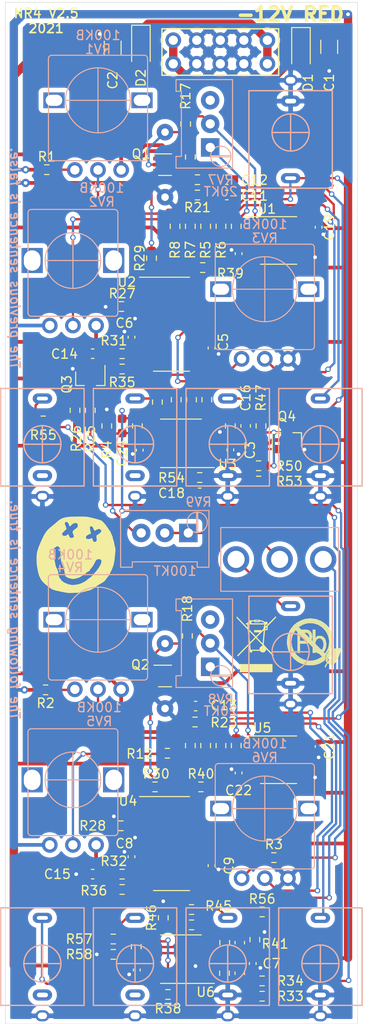
<source format=kicad_pcb>
(kicad_pcb (version 20211014) (generator pcbnew)
  (layers (0 "F.Cu" signal) (31 "B.Cu" signal) (34 "B.Paste" user) (35 "F.Paste" user) (36 "B.SilkS" user "B.Silkscreen") (37 "F.SilkS" user "F.Silkscreen") (38 "B.Mask" user) (39 "F.Mask" user) (44 "Edge.Cuts" user))
  (net 0 "")
  (net 1 "GND")
  (net 2 "+12V")
  (net 3 "-12V")
  (net 4 "S_MOD")
  (net 5 "EXT_FM")
  (net 6 "FM_A2B")
  (net 7 "LINKED")
  (net 8 "1V_A")
  (net 9 "EXT_SYNC")
  (net 10 "1V_B")
  (net 11 "Net-(J7-PadTN)")
  (net 12 "Net-(J7-PadT)")
  (net 13 "Net-(J8-PadTN)")
  (net 14 "Net-(J8-PadT)")
  (net 15 "Net-(J9-PadTN)")
  (net 16 "Net-(J9-PadT)")
  (net 17 "Net-(J10-PadT)")
  (net 18 "Net-(J11-PadTN)")
  (net 19 "Net-(J11-PadT)")
  (net 20 "Net-(R1-Pad1)")
  (net 21 "Net-(R2-Pad1)")
  (net 22 "Net-(R3-Pad1)")
  (net 23 "FREQ_A")
  (net 24 "TUNE_A")
  (net 25 "FREQ_B")
  (net 26 "TUNE_B")
  (net 27 "Net-(R14-Pad1)")
  (net 28 "Net-(R15-Pad1)")
  (net 29 "Net-(R17-Pad2)")
  (net 30 "Net-(R18-Pad2)")
  (net 31 "Net-(R25-Pad2)")
  (net 32 "TRI_A")
  (net 33 "OSC_B")
  (net 34 "Net-(RV9-Pad1)")
  (net 35 "Net-(C11-Pad1)")
  (net 36 "Net-(C12-Pad1)")
  (net 37 "Net-(C13-Pad2)")
  (net 38 "SYNC")
  (net 39 "Net-(C15-Pad1)")
  (net 40 "Net-(C16-Pad2)")
  (net 41 "Net-(C16-Pad1)")
  (net 42 "Net-(C17-Pad2)")
  (net 43 "SQR_MIX")
  (net 44 "Net-(C18-Pad2)")
  (net 45 "SAW_MIX")
  (net 46 "Net-(D1-Pad2)")
  (net 47 "Net-(D2-Pad1)")
  (net 48 "Vs_A")
  (net 49 "Net-(Q1-Pad1)")
  (net 50 "Iabc_A")
  (net 51 "Vs_B")
  (net 52 "Iabc_B")
  (net 53 "Net-(Q3-Pad3)")
  (net 54 "Net-(Q4-Pad3)")
  (net 55 "Net-(Q4-Pad1)")
  (net 56 "OSC_A")
  (net 57 "Net-(R14-Pad2)")
  (net 58 "Net-(R10-Pad1)")
  (net 59 "SQR_A")
  (net 60 "Net-(R29-Pad1)")
  (net 61 "Net-(R30-Pad1)")
  (net 62 "Net-(R31-Pad1)")
  (net 63 "Net-(R32-Pad1)")
  (net 64 "TRI_B")
  (net 65 "Net-(R39-Pad2)")
  (net 66 "Net-(R40-Pad2)")
  (net 67 "Net-(U2-Pad15)")
  (net 68 "Net-(U2-Pad2)")
  (net 69 "Net-(U4-Pad15)")
  (net 70 "Net-(U4-Pad9)")
  (net 71 "Net-(U4-Pad2)")
  (net 72 "Net-(U2-Pad9)")
  (net 73 "Net-(U1-Pad6)")
  (net 74 "Net-(U3-Pad13)")
  (net 75 "Net-(U5-Pad6)")
  (net 76 "Net-(C24-Pad2)")
  (net 77 "Net-(C25-Pad2)")
  (net 78 "Net-(C25-Pad1)")
  (net 79 "Net-(U6-Pad13)")
  (net 80 "Net-(C17-Pad1)")
  (net 81 "Net-(R28-Pad2)")
  (net 82 "Net-(R43-Pad1)")
  (net 83 "Net-(R45-Pad2)")
  (net 84 "Net-(RV7-Pad3)")
  (net 85 "Net-(RV8-Pad3)")
  (footprint "user-main:VASCH5x2_unshrouded" (layer "F.Cu") (at -14.8 -104.648 180)
    (fp_text reference "J6" hide)
    (fp_text value "POWER" hide)
  )
  (footprint "Capacitor_SMD:C_0603_1608Metric" (layer "F.Cu") (at -14.097 -89.2475)
    (fp_text reference "C11")
    (fp_text value "220nF")
  )
  (footprint "Capacitor_SMD:C_0603_1608Metric" (layer "F.Cu") (at -14.097 -90.8985)
    (fp_text reference "C12")
    (fp_text value "220nF")
  )
  (footprint "Capacitor_SMD:C_0603_1608Metric" (layer "F.Cu") (at -17.4625 -34.2265 180)
    (fp_text reference "C13")
    (fp_text value "220nF")
  )
  (footprint "Capacitor_SMD:C_0603_1608Metric" (layer "F.Cu") (at -28.575 -16.129 180)
    (fp_text reference "C15")
    (fp_text value "3.3nF")
  )
  (footprint "Capacitor_SMD:C_0603_1608Metric" (layer "F.Cu") (at -12.065 -64.389 -90)
    (fp_text reference "C16")
    (fp_text value "4.7pF")
  )
  (footprint "Capacitor_SMD:C_0603_1608Metric" (layer "F.Cu") (at -17.018 -57.18 180)
    (fp_text reference "C18")
    (fp_text value "47pF")
  )
  (footprint "Diode_SMD:D_SOD-123" (layer "F.Cu") (at -6.096 -105.03 -90)
    (fp_text reference "D1")
    (fp_text value "SCH")
  )
  (footprint "Diode_SMD:D_SOD-123" (layer "F.Cu") (at -23.368 -105.282 -90)
    (fp_text reference "D2")
    (fp_text value "SCH")
  )
  (footprint "Package_TO_SOT_SMD:SOT-23" (layer "F.Cu") (at -28.829 -69.499 -90)
    (fp_text reference "Q3")
    (fp_text value "MMBFJ112")
  )
  (footprint "Package_TO_SOT_SMD:SOT-23" (layer "F.Cu") (at -7.62 -62.895 90)
    (fp_text reference "Q4")
    (fp_text value "MMBFJ112")
  )
  (footprint "Resistor_SMD:R_0603_1608Metric" (layer "F.Cu") (at -33.655 -35.971 180)
    (fp_text reference "R2")
    (fp_text value "10K")
  )
  (footprint "Resistor_SMD:R_0603_1608Metric" (layer "F.Cu") (at -27.051 -64.389 90)
    (fp_text reference "R4")
    (fp_text value "10K")
  )
  (footprint "Resistor_SMD:R_0603_1608Metric" (layer "F.Cu") (at -16.383 -85.882 90)
    (fp_text reference "R5")
    (fp_text value "100K")
  )
  (footprint "Resistor_SMD:R_0603_1608Metric" (layer "F.Cu") (at -14.732 -85.882 90)
    (fp_text reference "R6")
    (fp_text value "100K")
  )
  (footprint "Resistor_SMD:R_0603_1608Metric" (layer "F.Cu") (at -18.034 -85.882 90)
    (fp_text reference "R7")
    (fp_text value "220K")
  )
  (footprint "Resistor_SMD:R_0603_1608Metric" (layer "F.Cu") (at -19.685 -85.882 90)
    (fp_text reference "R8")
    (fp_text value "10M")
  )
  (footprint "Resistor_SMD:R_0603_1608Metric" (layer "F.Cu") (at -16.383 -29.972 90)
    (fp_text reference "R9" hide)
    (fp_text value "100K")
  )
  (footprint "Resistor_SMD:R_0603_1608Metric" (layer "F.Cu") (at -14.732 -29.972 90)
    (fp_text reference "R10" hide)
    (fp_text value "100K")
  )
  (footprint "Resistor_SMD:R_0603_1608Metric" (layer "F.Cu") (at -18.034 -29.972 90)
    (fp_text reference "R11" hide)
    (fp_text value "220K")
  )
  (footprint "Resistor_SMD:R_0603_1608Metric" (layer "F.Cu") (at -20.51 -29.147 180)
    (fp_text reference "R12")
    (fp_text value "10M")
  )
  (footprint "Resistor_SMD:R_0603_1608Metric" (layer "F.Cu") (at -23.749 -64.389 -90)
    (fp_text reference "R13" hide)
    (fp_text value "12K")
  )
  (footprint "Resistor_SMD:R_0603_1608Metric" (layer "F.Cu") (at -13.081 -85.882 -90)
    (fp_text reference "R14" hide)
    (fp_text value "91K")
  )
  (footprint "Resistor_SMD:R_0603_1608Metric" (layer "F.Cu") (at -13.081 -29.972 -90)
    (fp_text reference "R15" hide)
    (fp_text value "91K")
  )
  (footprint "Resistor_SMD:R_0603_1608Metric" (layer "F.Cu") (at -18.542 -96.901 90)
    (fp_text reference "R17")
    (fp_text value "56K")
  )
  (footprint "Resistor_SMD:R_0603_1608Metric" (layer "F.Cu") (at -18.3515 -41.7825 90)
    (fp_text reference "R18")
    (fp_text value "56K")
  )
  (footprint "user-clutter:R_THT_0.125W_TypeB" (layer "F.Cu") (at -20.7645 -37.465 90)
    (fp_text reference "R20" hide)
    (fp_text value "1K$" hide)
  )
  (footprint "Resistor_SMD:R_0603_1608Metric" (layer "F.Cu") (at -17.272 -89.2475)
    (fp_text reference "R21")
    (fp_text value "10K")
  )
  (footprint "Resistor_SMD:R_0603_1608Metric" (layer "F.Cu") (at -17.272 -90.8985)
    (fp_text reference "R22" hide)
    (fp_text value "100K")
  )
  (footprint "Resistor_SMD:R_0603_1608Metric" (layer "F.Cu") (at -17.526 -32.512 180)
    (fp_text reference "R23")
    (fp_text value "680K")
  )
  (footprint "Resistor_SMD:R_0603_1608Metric" (layer "F.Cu") (at -28.829 -66.07 -90)
    (fp_text reference "R25")
    (fp_text value "47K")
  )
  (footprint "Resistor_SMD:R_0603_1608Metric" (layer "F.Cu") (at -30.48 -66.07 -90)
    (fp_text reference "R26")
    (fp_text value "100K")
  )
  (footprint "Resistor_SMD:R_0603_1608Metric" (layer "F.Cu") (at -25.463 -77.246)
    (fp_text reference "R27")
    (fp_text value "5.6K")
  )
  (footprint "Resistor_SMD:R_0603_1608Metric" (layer "F.Cu") (at -25.527 -21.336)
    (fp_text reference "R28")
    (fp_text value "5.6K")
  )
  (footprint "Resistor_SMD:R_0603_1608Metric" (layer "F.Cu") (at -21.844 -25.527)
    (fp_text reference "R30")
    (fp_text value "15K")
  )
  (footprint "Resistor_SMD:R_0603_1608Metric" (layer "F.Cu") (at -25.4 -72.166 180)
    (fp_text reference "R31")
    (fp_text value "680R")
  )
  (footprint "Resistor_SMD:R_0603_1608Metric" (layer "F.Cu") (at -25.4 -16.129 180)
    (fp_text reference "R32")
    (fp_text value "680R")
  )
  (footprint "Resistor_SMD:R_0603_1608Metric" (layer "F.Cu") (at -10.287 -2.9845)
    (fp_text reference "R33")
    (fp_text value "390K")
  )
  (footprint "Resistor_SMD:R_0603_1608Metric" (layer "F.Cu") (at -10.287 -4.6355)
    (fp_text reference "R34")
    (fp_text value "220K")
  )
  (footprint "Resistor_SMD:R_0603_1608Metric" (layer "F.Cu") (at -25.4 -70.515 180)
    (fp_text reference "R35")
    (fp_text value "10K")
  )
  (footprint "Resistor_SMD:R_0603_1608Metric" (layer "F.Cu") (at -25.4 -14.478 180)
    (fp_text reference "R36")
    (fp_text value "10K")
  )
  (footprint "Resistor_SMD:R_0603_1608Metric" (layer "F.Cu") (at -20.447 -3.175)
    (fp_text reference "R38")
    (fp_text value "1K")
  )
  (footprint "Resistor_SMD:R_0603_1608Metric" (layer "F.Cu") (at -16.701 -81.437 180)
    (fp_text reference "R39")
    (fp_text value "47K")
  )
  (footprint "Resistor_SMD:R_0603_1608Metric" (layer "F.Cu") (at -16.891 -25.527 180)
    (fp_text reference "R40")
    (fp_text value "47K")
  )
  (footprint "Resistor_SMD:R_0603_1608Metric" (layer "F.Cu") (at -16.256 -67.213 90)
    (fp_text reference "R42" hide)
    (fp_text value "100K")
  )
  (footprint "Resistor_SMD:R_0603_1608Metric" (layer "F.Cu") (at -10.414 -64.389 90)
    (fp_text reference "R47")
    (fp_text value "100K")
  )
  (footprint "Resistor_SMD:R_0603_1608Metric" (layer "F.Cu") (at -10.668 -60.101)
    (fp_text reference "R50")
    (fp_text value "100K")
  )
  (footprint "Resistor_SMD:R_0603_1608Metric" (layer "F.Cu") (at -17.907 -67.213 90)
    (fp_text reference "R52" hide)
    (fp_text value "100K")
  )
  (footprint "Resistor_SMD:R_0603_1608Metric" (layer "F.Cu") (at -10.668 -58.45)
    (fp_text reference "R53")
    (fp_text value "470K")
  )
  (footprint "Resistor_SMD:R_0603_1608Metric" (layer "F.Cu") (at -17.018 -58.831 180)
    (fp_text reference "R54")
    (fp_text value "100K")
  )
  (footprint "Resistor_SMD:R_0603_1608Metric" (layer "F.Cu") (at -33.909 -64.927)
    (fp_text reference "R55")
    (fp_text value "1K")
  )
  (footprint "Package_SO:SOIC-16_3.9x9.9mm_P1.27mm" (layer "F.Cu") (at -20.066 -75.341)
    (fp_text reference "U2")
    (fp_text value "LM13700")
  )
  (footprint "Package_SO:SOIC-16_3.9x9.9mm_P1.27mm" (layer "F.Cu") (at -20.066 -19.422)
    (fp_text reference "U4")
    (fp_text value "LM13700")
  )
  (footprint "Capacitor_SMD:C_1206_3216Metric" (layer "F.Cu") (at -3.048 -105.205 -90)
    (fp_text reference "C1")
    (fp_text value "10uF")
  )
  (footprint "Capacitor_SMD:C_1206_3216Metric" (layer "F.Cu") (at -26.416 -105.107 -90)
    (fp_text reference "C2")
    (fp_text value "10uF")
  )
  (footprint "Resistor_SMD:R_0603_1608Metric" (layer "F.Cu") (at -22.225 -82.453 90)
    (fp_text reference "R29")
    (fp_text value "15K")
  )
  (footprint "Capacitor_SMD:C_0402_1005Metric" (layer "F.Cu") (at -23.495 -61.78 90)
    (fp_text reference "C4" hide)
    (fp_text value "100nF")
  )
  (footprint "Capacitor_SMD:C_0402_1005Metric" (layer "F.Cu") (at -15.748 -72.771 -90)
    (fp_text reference "C5")
    (fp_text value "100nF")
  )
  (footprint "Capacitor_SMD:C_0402_1005Metric" (layer "F.Cu") (at -24.384 -18.006 -90)
    (fp_text reference "C8")
    (fp_text value "100nF")
  )
  (footprint "Capacitor_SMD:C_0402_1005Metric" (layer "F.Cu") (at -15.748 -17.046 -90)
    (fp_text reference "C9")
    (fp_text value "100nF")
  )
  (footprint "Package_SO:SOIC-8_3.9x4.9mm_P1.27mm" (layer "F.Cu") (at -8.509 -84.358)
    (fp_text reference "U1")
    (fp_text value "TL072")
  )
  (footprint "Resistor_SMD:R_0603_1608Metric" (layer "F.Cu") (at -13.716 -64.389 -90)
    (fp_text reference "R44" hide)
    (fp_text value "10M")
  )
  (footprint "Capacitor_SMD:C_0402_1005Metric" (layer "F.Cu") (at -13.716 -61.8135 -90)
    (fp_text reference "C3")
    (fp_text value "100nF")
  )
  (footprint "Capacitor_SMD:C_0402_1005Metric" (layer "F.Cu") (at -4.191 -85.783 -90)
    (fp_text reference "C19")
    (fp_text value "100nF")
  )
  (footprint "Capacitor_SMD:C_0603_1608Metric" (layer "F.Cu") (at -28.575 -72.166 180)
    (fp_text reference "C14")
    (fp_text value "3.3nF")
  )
  (footprint "Resistor_SMD:R_0603_1608Metric" (layer "F.Cu") (at -9.017 -17.907)
    (fp_text reference "R3")
    (fp_text value "100K")
  )
  (footprint "Capacitor_SMD:C_0402_1005Metric" (layer "F.Cu") (at -24.384 -73.944 -90)
    (fp_text reference "C6")
    (fp_text value "100nF")
  )
  (footprint "Package_SO:TSSOP-14_4.4x5mm_P0.65mm" (layer "F.Cu") (at -19.05 -62.514 180)
    (fp_text reference "U3")
    (fp_text value "TL074")
  )
  (footprint "Capacitor_SMD:C_0402_1005Metric" (layer "F.Cu") (at -4.191 -29.873 -90)
    (fp_text reference "C21")
    (fp_text value "100nF")
  )
  (footprint "Capacitor_SMD:C_0402_1005Metric" (layer "F.Cu") (at -12.827 -27.023 -90)
    (fp_text reference "C22")
    (fp_text value "100nF")
  )
  (footprint "Package_SO:SOIC-8_3.9x4.9mm_P1.27mm" (layer "F.Cu") (at -8.509 -28.448)
    (fp_text reference "U5")
    (fp_text value "TL072")
  )
  (footprint "Capacitor_SMD:C_0402_1005Metric" (layer "F.Cu") (at -12.827 -82.933 -90)
    (fp_text reference "C20" hide)
    (fp_text value "100nF")
  )
  (footprint "Resistor_SMD:R_0603_1608Metric" (layer "F.Cu") (at -21.59 -66.959 -90)
    (fp_text reference "R16" hide)
    (fp_text value "1K")
  )
  (footprint "Package_SO:TSSOP-14_4.4x5mm_P0.65mm" (layer "F.Cu") (at -19.05 -6.976 180)
    (fp_text reference "U6")
    (fp_text value "TL074")
  )
  (footprint "Capacitor_SMD:C_0603_1608Metric" (layer "F.Cu") (at -25.4 -64.389 -90)
    (fp_text reference "C24")
    (fp_text value "470pF")
  )
  (footprint "Capacitor_SMD:C_0603_1608Metric" (layer "F.Cu") (at -12.7 -5.461 90)
    (fp_text reference "C25" hide)
    (fp_text value "47pF")
  )
  (footprint "Resistor_SMD:R_0603_1608Metric" (layer "F.Cu") (at -14.351 -5.461 90)
    (fp_text reference "R37" hide)
    (fp_text value "100K")
  )
  (footprint "Capacitor_SMD:C_0402_1005Metric" (layer "F.Cu") (at -11.303 -6.505 -90)
    (fp_text reference "C7")
    (fp_text value "100nF")
  )
  (footprint "Resistor_SMD:R_0603_1608Metric" (layer "F.Cu") (at -19.558 -67.213 90)
    (fp_text reference "R51" hide)
    (fp_text value "100K")
  )
  (footprint "Resistor_SMD:R_0603_1608Metric" (layer "F.Cu") (at -33.528 -91.978 180)
    (fp_text reference "R1")
    (fp_text value "10K")
  )
  (footprint "Capacitor_SMD:C_0603_1608Metric" (layer "F.Cu") (at -12.7 -8.7503 -90)
    (fp_text reference "C17" hide)
    (fp_text value "470pF")
  )
  (footprint "Resistor_SMD:R_0603_1608Metric" (layer "F.Cu") (at -11.0744 -9.08 90)
    (fp_text reference "R41")
    (fp_text value "10K")
  )
  (footprint "Resistor_SMD:R_0603_1608Metric" (layer "F.Cu") (at -17.907 -10.668)
    (fp_text reference "R43" hide)
    (fp_text value "100K")
  )
  (footprint "Resistor_SMD:R_0603_1608Metric" (layer "F.Cu") (at -17.907 -12.319 180)
    (fp_text reference "R45")
    (fp_text value "1K")
  )
  (footprint "Resistor_SMD:R_0603_1608Metric" (layer "F.Cu") (at -20.955 -11.43 -90)
    (fp_text reference "R46")
    (fp_text value "100K")
  )
  (footprint "Resistor_SMD:R_0603_1608Metric" (layer "F.Cu") (at -14.3256 -8.7503 -90)
    (fp_text reference "R48" hide)
    (fp_text value "12K")
  )
  (footprint "Resistor_SMD:R_0603_1608Metric" (layer "F.Cu") (at -23.876 -8.3185 -90)
    (fp_text reference "R49" hide)
    (fp_text value "10M")
  )
  (footprint "Resistor_SMD:R_0603_1608Metric" (layer "F.Cu") (at -10.287 -12.065 180)
    (fp_text reference "R56")
    (fp_text value "1K")
  )
  (footprint "Resistor_SMD:R_0603_1608Metric" (layer "F.Cu") (at -26.3525 -7.493)
    (fp_text reference "R58")
    (fp_text value "2.4K")
  )
  (footprint "Resistor_SMD:R_0603_1608Metric" (layer "F.Cu") (at -26.3525 -9.144)
    (fp_text reference "R57")
    (fp_text value "2K")
  )
  (footprint "Capacitor_SMD:C_0402_1005Metric" (layer "F.Cu") (at -23.8125 -5.8065 90)
    (fp_text reference "C10" hide)
    (fp_text value "100nF")
  )
  (footprint "user-artwork:smiley" (layer "F.Cu") (at -30.353 -50.4825)
    (fp_text reference "G***" hide)
    (fp_text value "LOGO" hide)
  )
  (footprint "Symbol:WEEE-Logo_4.2x6mm_SilkScreen" (layer "F.Cu") (at -10.922 -40.894)
    (fp_text reference "REF**" hide)
    (fp_text value "WEEE-Logo_4.2x6mm_SilkScreen" hide)
  )
  (footprint "user-main:ROHS_LOGO" (layer "F.Cu") (at -5.0165 -41.0845)
    (fp_text reference "U$3" hide)
    (fp_text value "Val**" hide)
  )
  (footprint "user-clutter:R_THT_0.125W_TypeB" (layer "F.Cu") (at -20.7645 -92.5195 90)
    (fp_text reference "R19" hide)
    (fp_text value "1K$" hide)
  )
  (footprint "Package_TO_SOT_SMD:SOT-363_SC-70-6" (layer "F.Cu") (at -20.7645 -92.5195)
    (fp_text reference "Q1")
    (fp_text value "BC847BPN")
  )
  (footprint "Package_TO_SOT_SMD:SOT-363_SC-70-6" (layer "F.Cu") (at -20.7645 -37.465)
    (fp_text reference "Q2")
    (fp_text value "BC847BPN")
  )
  (footprint "Resistor_SMD:R_0603_1608Metric" (layer "F.Cu") (at -18.034 -93.345 90)
    (fp_text reference "R24" hide)
    (fp_text value "680K")
  )
  (footprint "user-main:AudioJack_QuPing_Pushfit" (layer "B.Cu") (at -4 -62.419 180)
    (fp_text reference "J2" hide)
    (fp_text value "1V_A" hide)
  )
  (footprint "user-main:AudioJack_QuPing_Pushfit" (layer "B.Cu") (at -7.214 -40.064 180)
    (fp_text reference "J4" hide)
    (fp_text value "exSYNC" hide)
  )
  (footprint "user-main:AudioJack_QuPing_Pushfit" (layer "B.Cu") (at -24 -62.419 180)
    (fp_text reference "J7" hide)
    (fp_text value "TRI_A" hide)
  )
  (footprint "user-main:AudioJack_QuPing_Pushfit" (layer "B.Cu") (at -34 -62.419 180)
    (fp_text reference "J11" hide)
    (fp_text value "SAW" hide)
  )
  (footprint "user-main:POT_9mm_Tall-Trimmer" (layer "B.Cu") (at -30.705 -82.199 180)
    (fp_text reference "RV2")
    (fp_text value "100KB")
  )
  (footprint "user-main:POT_9mm_Tall-Trimmer" (layer "B.Cu") (at -30.705 -26.28 180)
    (fp_text reference "RV5")
    (fp_text value "100KB")
  )
  (footprint "user-main:POT_9mm_P0915N" (layer "B.Cu") (at -10 -23.191 180)
    (fp_text reference "RV6")
    (fp_text value "100KB")
  )
  (footprint "user-main:TRIM_3296W" (layer "B.Cu") (at -14.75 -37.5 180)
    (fp_text reference "RV8")
    (fp_text value "20KT")
  )
  (footprint "user-main:TRIM_3296W" (layer "B.Cu") (at -17.299001 -54.005 -90)
    (fp_text reference "RV9")
    (fp_text value "100KT")
  )
  (footprint "user-main:SW_SPDT_1M-Series_PC-Thru-Hole" (layer "B.Cu") (at -8.399 -50.019)
    (fp_text reference "SW1" hide)
    (fp_text value "SW_SPDT" hide)
  )
  (footprint "user-main:POT_9mm_P0915N" (layer "B.Cu") (at -28 -99.447 180)
    (fp_text reference "RV1")
    (fp_text value "100KB")
  )
  (footprint "user-main:POT_9mm_P0915N" (layer "B.Cu") (at -10 -79.109 180)
    (fp_text reference "RV3")
    (fp_text value "100KB")
  )
  (footprint "user-main:AudioJack_QuPing_Pushfit" (layer "B.Cu") (at -7.214 -95.983)
    (fp_text reference "J1" hide)
    (fp_text value "LINKED" hide)
  )
  (footprint "user-main:AudioJack_QuPing_Pushfit" (layer "B.Cu") (at -4 -6.5 180)
    (fp_text reference "J5" hide)
    (fp_text value "1V_B" hide)
  )
  (footprint "user-main:AudioJack_QuPing_Pushfit" (layer "B.Cu") (at -34 -6.500001 180)
    (fp_text reference "J8" hide)
    (fp_text value "MIX" hide)
  )
  (footprint "user-main:AudioJack_QuPing_Pushfit" (layer "B.Cu") (at -24 -6.5 180)
    (fp_text reference "J9" hide)
    (fp_text value "SQR" hide)
  )
  (footprint "user-main:AudioJack_QuPing_Pushfit" (layer "B.Cu") (at -14 -6.5 180)
    (fp_text reference "J10" hide)
    (fp_text value "PWM" hide)
  )
  (footprint "user-main:AudioJack_QuPing_Pushfit" (layer "B.Cu") (at -14 -62.419 180)
    (fp_text reference "J3" hide)
    (fp_text value "exFM" hide)
  )
  (footprint "user-main:TRIM_3296W" (layer "B.Cu") (at -14.75 -93.419 180)
    (fp_text reference "RV7")
    (fp_text value "20KT")
  )
  (footprint "user-main:POT_9mm_P0915N" (layer "B.Cu") (at -28 -43.528 180)
    (fp_text reference "RV4")
    (fp_text value "100KB")
  )
  (gr_line (start -38.000001 -110) (end 0 -110) (layer "Edge.Cuts") (width 0.05))
  (gr_line (start 0 0) (end -38.000001 0) (layer "Edge.Cuts") (width 0.05))
  (gr_line (start 0 -110) (end 0 0) (layer "Edge.Cuts") (width 0.05))
  (gr_line (start -38.000001 0) (end -38.000001 -110) (layer "Edge.Cuts") (width 0.05))
  (gr_text "The following sentence is true." (at -36.957 -44.577 -90) (layer "B.SilkS") (effects (font (size 1 1) (thickness 0.18) italic) (justify mirror)))
  (gr_text "The previous sentence is false." (at -36.957 -82.423 -90) (layer "B.SilkS") (effects (font (size 1 1) (thickness 0.18) italic) (justify mirror)))
  (gr_text "NR4 V2.5\n2021" (at -33.5915 -108) (layer "F.SilkS") (effects (font (size 1 1) (thickness 0.18))))
  (gr_text "-12V RED" (at -7.239 -108.712) (layer "F.SilkS") (effects (font (size 1.5 1.5) (thickness 0.375))))
  (segment (start -13.518 -83.413) (end -13.589 -83.342) (width 0.4) (layer "F.Cu") (net 1))
  (segment (start -12.827 -83.413) (end -13.518 -83.413) (width 0.4) (layer "F.Cu") (net 1))
  (segment (start -12.065 -27.813) (end -12.375 -27.503) (width 0.4) (layer "F.Cu") (net 1))
  (segment (start -10.984 -83.723) (end -12.065 -83.723) (width 0.4) (layer "F.Cu") (net 1))
  (segment (start -6.67 -61.895) (end -6.67 -61.915) (width 0.4) (layer "F.Cu") (net 1))
  (segment (start -17.383375 -6.326) (end -17.475396 -6.233979) (width 0.4) (layer "F.Cu") (net 1))
  (segment (start -27.051 -65.214) (end -27.051 -66.167) (width 0.4) (layer "F.Cu") (net 1))
  (segment (start -27.1775 -7.493) (end -28.1305 -7.493) (width 0.4) (layer "F.Cu") (net 1))
  (segment (start -20.955 -12.255) (end -20.955 -13.208) (width 0.4) (layer "F.Cu") (net 1))
  (segment (start -4.191 -29.393) (end -4.191 -28.702) (width 0.4) (layer "F.Cu") (net 1))
  (segment (start -26.288 -77.246) (end -27.148 -77.246) (width 0.4) (layer "F.Cu") (net 1))
  (segment (start -22.707124 -61.864) (end -21.9125 -61.864) (width 0.4) (layer "F.Cu") (net 1))
  (segment (start -23.973 -75.976) (end -24.003 -75.946) (width 0.4) (layer "F.Cu") (net 1))
  (segment (start -23.698808 -5.3265) (end -23.8125 -5.3265) (width 0.4) (layer "F.Cu") (net 1))
  (segment (start -12.065 -83.723) (end -12.375 -83.413) (width 0.4) (layer "F.Cu") (net 1))
  (segment (start -23.495 -61.3) (end -23.271124 -61.3) (width 0.4) (layer "F.Cu") (net 1))
  (segment (start -10.034 -9.905) (end -10.033 -9.906) (width 0.4) (layer "F.Cu") (net 1))
  (segment (start -17.591 -16.247) (end -16.646 -16.247) (width 0.4) (layer "F.Cu") (net 1))
  (segment (start -19.8145 -91.8695) (end -19.8145 -89.9695) (width 0.4) (layer "F.Cu") (net 1))
  (segment (start -23.10249 -5.922818) (end -23.698808 -5.3265) (width 0.4) (layer "F.Cu") (net 1))
  (segment (start -6.034 -82.453) (end -4.669 -82.453) (width 0.4) (layer "F.Cu") (net 1))
  (segment (start -3.048 -102.616) (end -3.048 -103.73) (width 0.8) (layer "F.Cu") (net 1))
  (segment (start -25.09 -18.486) (end -25.146 -18.542) (width 0.4) (layer "F.Cu") (net 1))
  (segment (start -29.779 -70.708) (end -29.35 -71.137) (width 0.4) (layer "F.Cu") (net 1))
  (segment (start -24.186 -61.3) (end -24.257 -61.371) (width 0.4) (layer "F.Cu") (net 1))
  (segment (start -16.327 -16.566) (end -15.748 -16.566) (width 0.4) (layer "F.Cu") (net 1))
  (segment (start -4.191 -85.303) (end -3.981026 -85.303) (width 0.4) (layer "F.Cu") (net 1))
  (segment (start -12.8345 -61.3335) (end -12.827 -61.341) (width 0.4) (layer "F.Cu") (net 1))
  (segment (start -16.1875 -63.814) (end -14.918841 -63.814) (width 0.4) (layer "F.Cu") (net 1))
  (segment (start -25.021 -74.424) (end -25.146 -74.549) (width 0.4) (layer "F.Cu") (net 1))
  (segment (start -19.8145 -89.9695) (end -20.7645 -89.0195) (width 0.4) (layer "F.Cu") (net 1))
  (segment (start -22.541 -20.057) (end -23.994 -20.057) (width 0.4) (layer "F.Cu") (net 1))
  (segment (start -23.994 -20.057) (end -24.003 -20.066) (width 0.4) (layer "F.Cu") (net 1))
  (segment (start -11.0744 -9.905) (end -10.034 -9.905) (width 0.4) (layer "F.Cu") (net 1))
  (segment (start -10.984 -27.813) (end -12.065 -27.813) (width 0.4) (layer "F.Cu") (net 1))
  (segment (start -6.604 -61.849) (end -5.715 -61.849) (width 0.4) (layer "F.Cu") (net 1))
  (segment (start -17.591 -72.166) (end -15.778 -72.166) (width 0.4) (layer "F.Cu") (net 1))
  (segment (start -22.541 -75.976) (end -23.973 -75.976) (width 0.4) (layer "F.Cu") (net 1))
  (segment (start -19.8145 -36.815) (end -19.8145 -34.915) (width 0.4) (layer "F.Cu") (net 1))
  (segment (start -15.748 -72.196) (end -15.778 -72.166) (width 0.4) (layer "F.Cu") (net 1))
  (segment (start -10.485 -6.025) (end -10.4775 -6.0325) (width 0.4) (layer "F.Cu") (net 1))
  (segment (start -29.779 -70.499) (end -29.779 -70.708) (width 0.4) (layer "F.Cu") (net 1))
  (segment (start -23.10249 -5.930634) (end -23.10249 -5.922818) (width 0.4) (layer "F.Cu") (net 1))
  (segment (start -26.352 -21.336) (end -26.352 -22.289) (width 0.4) (layer "F.Cu") (net 1))
  (segment (start -15.778 -72.166) (end -15.016 -72.166) (width 0.4) (layer "F.Cu") (net 1))
  (segment (start -23.271124 -61.3) (end -22.707124 -61.864) (width 0.4) (layer "F.Cu") (net 1))
  (segment (start -30.6845 -70.499) (end -30.734 -70.5485) (width 0.4) (layer "F.Cu") (net 1))
  (segment (start -12.827 -27.503) (end -13.518 -27.503) (width 0.4) (layer "F.Cu") (net 1))
  (segment (start -24.6305 -5.3265) (end -24.638 -5.334) (width 0.4) (layer "F.Cu") (net 1))
  (segment (start -13.518 -27.503) (end -13.589 -27.432) (width 0.4) (layer "F.Cu") (net 1))
  (segment (start -13.716 -61.3335) (end -12.8345 -61.3335) (width 0.4) (layer "F.Cu") (net 1))
  (segment (start -15.748 -72.291) (end -15.748 -72.196) (width 0.4) (layer "F.Cu") (net 1))
  (segment (start -3.981026 -85.303) (end -3.686845 -85.008819) (width 0.4) (layer "F.Cu") (net 1))
  (segment (start -19.8145 -34.915) (end -20.7645 -33.965) (width 0.4) (layer "F.Cu") (net 1))
  (segment (start -23.495 -61.3) (end -24.186 -61.3) (width 0.4) (layer "F.Cu") (net 1))
  (segment (start -16.1875 -6.326) (end -17.383375 -6.326) (width 0.4) (layer "F.Cu") (net 1))
  (segment (start -26.352 -22.289) (end -26.289 -22.352) (width 0.4) (layer "F.Cu") (net 1))
  (segment (start -6.67 -61.915) (end -6.604 -61.849) (width 0.4) (layer "F.Cu") (net 1))
  (segment (start -15.057 -16.566) (end -14.986 -16.637) (width 0.4) (layer "F.Cu") (net 1))
  (segment (start -22.541 -75.976) (end -22.733 -75.976) (width 0.4) (layer "F.Cu") (net 1))
  (segment (start -21.9125 -6.326) (end -22.707124 -6.326) (width 0.4) (layer "F.Cu") (net 1))
  (segment (start -24.384 -74.424) (end -25.021 -74.424) (width 0.4) (layer "F.Cu") (net 1))
  (segment (start -27.148 -77.246) (end -27.178 -77.216) (width 0.4) (layer "F.Cu") (net 1))
  (segment (start -22.707124 -6.326) (end -23.10249 -5.930634) (width 0.4) (layer "F.Cu") (net 1))
  (segment (start -27.813 -106.582) (end -26.416 -106.582) (width 0.8) (layer "F.Cu") (net 1))
  (segment (start -16.646 -16.247) (end -16.327 -16.566) (width 0.4) (layer "F.Cu") (net 1))
  (segment (start -11.303 -6.025) (end -10.485 -6.025) (width 0.4) (layer "F.Cu") (net 1))
  (segment (start -29.35 -71.137) (end -29.35 -72.166) (width 0.4) (layer "F.Cu") (net 1))
  (segment (start -6.034 -26.543) (end -4.572 -26.543) (width 0.4) (layer "F.Cu") (net 1))
  (segment (start -29.35 -16.129) (end -30.353 -16.129) (width 0.4) (layer "F.Cu") (net 1))
  (segment (start -14.918841 -63.814) (end -14.843831 -63.73899) (width 0.4) (layer "F.Cu") (net 1))
  (segment (start -23.8125 -5.3265) (end -24.6305 -5.3265) (width 0.4) (layer "F.Cu") (net 1))
  (segment (start -29.779 -70.499) (end -30.6845 -70.499) (width 0.4) (layer "F.Cu") (net 1))
  (segment (start -15.748 -16.566) (end -15.057 -16.566) (width 0.4) (layer "F.Cu") (net 1))
  (segment (start -12.375 -27.503) (end -12.827 -27.503) (width 0.4) (layer "F.Cu") (net 1))
  (segment (start -24.384 -18.486) (end -25.09 -18.486) (width 0.4) (layer "F.Cu") (net 1))
  (segment (start -4.669 -82.453) (end -4.572 -82.55) (width 0.4) (layer "F.Cu") (net 1))
  (segment (start -12.375 -83.413) (end -12.827 -83.413) (width 0.4) (layer "F.Cu") (net 1))
  (segment (start -15.016 -72.166) (end -14.986 -72.136) (width 0.4) (layer "F.Cu") (net 1))
  (via (at -30.353 -16.129) (size 0.8) (drill 0.4) (layers "F.Cu" "B.Cu") (net 1))
  (via (at -24.638 -5.334) (size 0.9) (drill 0.4) (layers "F.Cu" "B.Cu") (net 1))
  (via (at -30.734 -70.5485) (size 0.9) (drill 0.4) (layers "F.Cu" "B.Cu") (net 1))
  (via (at -5.715 -61.849) (size 0.8) (drill 0.4) (layers "F.Cu" "B.Cu") (net 1))
  (via (at -24.003 -75.946) (size 0.8) (drill 0.4) (layers "F.Cu" "B.Cu") (net 1))
  (via (at -4.191 -28.702) (size 0.8) (drill 0.4) (layers "F.Cu" "B.Cu") (net 1))
  (via (at -28.1305 -7.493) (size 0.9) (drill 0.4) (layers "F.Cu" "B.Cu") (net 1))
  (via (at -13.589 -27.432) (size 0.8) (drill 0.4) (layers "F.Cu" "B.Cu") (net 1))
  (via (at -24.003 -20.066) (size 0.8) (drill 0.4) (layers "F.Cu" "B.Cu") (net 1))
  (via (at -10.033 -9.906) (size 0.9) (drill 0.4) (layers "F.Cu" "B.Cu") (net 1))
  (via (at -27.051 -66.167) (size 0.8) (drill 0.4) (layers "F.Cu" "B.Cu") (net 1))
  (via (at -24.257 -61.371) (size 0.8) (drill 0.4) (layers "F.Cu" "B.Cu") (net 1))
  (via (at -25.146 -74.549) (size 0.8) (drill 0.4) (layers "F.Cu" "B.Cu") (net 1))
  (via (at -14.843831 -63.73899) (size 0.8) (drill 0.4) (layers "F.Cu" "B.Cu") (net 1))
  (via (at -13.589 -83.342) (size 0.8) (drill 0.4) (layers "F.Cu" "B.Cu") (net 1))
  (via (at -27.813 -106.582) (size 0.8) (drill 0.4) (layers "F.Cu" "B.Cu") (net 1))
  (via (at -3.048 -102.616) (size 0.8) (drill 0.4) (layers "F.Cu" "B.Cu") (net 1))
  (via (at -4.572 -26.543) (size 0.8) (drill 0.4) (layers "F.Cu" "B.Cu") (net 1))
  (via (at -14.986 -72.136) (size 0.8) (drill 0.4) (layers "F.Cu" "B.Cu") (net 1))
  (via (at -10.4775 -6.0325) (size 0.9) (drill 0.4) (layers "F.Cu" "B.Cu") (net 1))
  (via (at -20.955 -13.208) (size 0.9) (drill 0.4) (layers "F.Cu" "B.Cu") (net 1))
  (via (at -17.475396 -6.233979) (size 0.8) (drill 0.4) (layers "F.Cu" "B.Cu") (net 1))
  (via (at -26.289 -22.352) (size 0.8) (drill 0.4) (layers "F.Cu" "B.Cu") (net 1))
  (via (at -3.686845 -85.008819) (size 0.8) (drill 0.4) (layers "F.Cu" "B.Cu") (net 1))
  (via (at -14.986 -16.637) (size 0.8) (drill 0.4) (layers "F.Cu" "B.Cu") (net 1))
  (via (at -4.572 -82.55) (size 0.8) (drill 0.4) (layers "F.Cu" "B.Cu") (net 1))
  (via (at -25.146 -18.542) (size 0.8) (drill 0.4) (layers "F.Cu" "B.Cu") (net 1))
  (via (at -27.178 -77.216) (size 0.8) (drill 0.4) (layers "F.Cu" "B.Cu") (net 1))
  (via (at -12.827 -61.341) (size 0.9) (drill 0.4) (layers "F.Cu" "B.Cu") (net 1))
  (segment (start -14.874534 -7.08601) (end -1.74049 -7.08601) (width 0.4) (layer "F.Cu") (net 2))
  (segment (start -13.686 -62.514) (end -9.521002 -62.514) (width 0.4) (layer "F.Cu") (net 2))
  (segment (start -12.328 -17.517) (end -10.414 -19.431) (width 0.4) (layer "F.Cu") (net 2))
  (segment (start -1.143 -73.436) (end -1.016 -73.563) (width 0.4) (layer "F.Cu") (net 2))
  (segment (start -1.524 -106.68) (end -1.016 -107.188) (width 0.9) (layer "F.Cu") (net 2))
  (segment (start -1.016 -62.895) (end -1.016 -60.482) (width 0.9) (layer "F.Cu") (net 2))
  (segment (start -1.524 -106.68) (end -1.016 -106.172) (width 0.9) (layer "F.Cu") (net 2))
  (segment (start -14.2875 -36.703) (end -13.0175 -37.973) (width 0.4) (layer "F.Cu") (net 2))
  (segment (start -19.0895 -38.115) (end -17.6775 -36.703) (width 0.4) (layer "F.Cu") (net 2))
  (segment (start -19.8145 -93.1695) (end -20.469497 -93.1695) (width 0.4) (layer "F.Cu") (net 2))
  (segment (start -1.016 -106.172) (end -1.016 -107.188) (width 0.9) (layer "F.Cu") (net 2))
  (segment (start -9.170002 -62.865) (end -1.046 -62.865) (width 0.4) (layer "F.Cu") (net 2))
  (segment (start -1.016 -107.188) (end -1.016 -108.712) (width 0.9) (layer "F.Cu") (net 2))
  (segment (start -23.495 -93.091) (end -23.495 -91.3765) (width 0.4) (layer "F.Cu") (net 2))
  (segment (start -15.748 -73.251) (end -15.748 -73.309) (width 0.4) (layer "F.Cu") (net 2))
  (segment (start -14.984544 -6.976) (end -14.874534 -7.08601) (width 0.4) (layer "F.Cu") (net 2))
  (segment (start -20.469497 -93.1695) (end -21.279997 -93.98) (width 0.4) (layer "F.Cu") (net 2))
  (segment (start -1.046 -62.865) (end -1.016 -62.895) (width 0.4) (layer "F.Cu") (net 2))
  (segment (start -8.663999 -58.45) (end -6.631999 -60.482) (width 0.4) (layer "F.Cu") (net 2))
  (segment (start -3.835682 -86.263) (end -3.254847 -85.682165) (width 0.4) (layer "F.Cu") (net 2))
  (segment (start -1.016 -87.279) (end -1.016 -86.009) (width 0.9) (layer "F.Cu") (net 2))
  (segment (start -17.6775 -36.703) (end -14.2875 -36.703) (width 0.4) (layer "F.Cu") (net 2))
  (segment (start -6.631999 -60.482) (end -1.016 -60.482) (width 0.4) (layer "F.Cu") (net 2))
  (segment (start -15.621 -73.436) (end -1.143 -73.436) (width 0.4) (layer "F.Cu") (net 2))
  (segment (start -6.096 -106.68) (end -3.048 -106.68) (width 0.9) (layer "F.Cu") (net 2))
  (segment (start -16.066 -25.527) (end -15.431 -24.892) (width 0.4) (layer "F.Cu") (net 2))
  (segment (start -15.748 -73.309) (end -15.621 -73.436) (width 0.4) (layer "F.Cu") (net 2))
  (segment (start -13.711023 -62.488977) (end -13.686 -62.514) (width 0.4) (layer "F.Cu") (net 2))
  (segment (start -9.843 -58.45) (end -8.663999 -58.45) (width 0.4) (layer "F.Cu") (net 2))
  (segment (start -15.876 -81.437) (end -1.143 -81.437) (width 0.4) (layer "F.Cu") (net 2))
  (segment (start -19.8145 -38.115) (end -19.0895 -38.115) (width 0.4) (layer "F.Cu") (net 2))
  (segment (start -24.3205 -90.551) (end -35.814 -90.551) (width 0.4) (layer "F.Cu") (net 2))
  (segment (start -21.279997 -93.98) (end -22.606 -93.98) (width 0.4) (layer "F.Cu") (net 2))
  (segment (start -15.431 -24.892) (end -0.762 -24.892) (width 0.4) (layer "F.Cu") (net 2))
  (segment (start -16.1875 -6.976) (end -14.984544 -6.976) (width 0.4) (layer "F.Cu") (net 2))
  (segment (start -1.016 -86.009) (end -1.016 -81.564) (width 0.9) (layer "F.Cu") (net 2))
  (segment (start -6.034 -30.353) (end -0.96902 -30.353) (width 0.4) (layer "F.Cu") (net 2))
  (segment (start -1.342835 -85.682165) (end -1.016 -86.009) (width 0.4) (layer "F.Cu") (net 2))
  (segment (start -23.495 -91.3765) (end -24.3205 -90.551) (width 0.4) (layer "F.Cu") (net 2))
  (segment (start -3.254847 -85.682165) (end -1.342835 -85.682165) (width 0.4) (layer "F.Cu") (net 2))
  (segment (start -34.48 -35.971) (end -35.941 -35.971) (width 0.4) (layer "F.Cu") (net 2))
  (segment (start -16.162477 -62.488977) (end -13.711023 -62.488977) (width 0.4) (layer "F.Cu") (net 2))
  (segment (start -13.716 -62.2935) (end -13.716 -62.484) (width 0.4) (layer "F.Cu") (net 2))
  (segment (start -3.048 -106.68) (end -1.524 -106.68) (width 0.9) (layer "F.Cu") (net 2))
  (segment (start -1.74049 -7.08601) (end -1.04199 -7.08601) (width 0.4) (layer "F.Cu") (net 2))
  (segment (start -15.593 -73.436) (end -15.621 -73.436) (width 0.4) (layer "F.Cu") (net 2))
  (segment (start -22.606 -93.98) (end -23.495 -93.091) (width 0.4) (layer "F.Cu") (net 2))
  (segment (start -1.016 -37.973) (end -1.016 -7.112) (width 0.9) (layer "F.Cu") (net 2))
  (segment (start -6.034 -86.263) (end -3.835682 -86.263) (width 0.4) (layer "F.Cu") (net 2))
  (segment (start -10.414 -19.431) (end -1.016 -19.431) (width 0.4) (layer "F.Cu") (net 2))
  (segment (start -1.143 -81.437) (end -1.016 -81.564) (width 0.4) (layer "F.Cu") (net 2))
  (segment (start -1.016 -81.564) (end -1.016 -73.563) (width 0.9) (layer "F.Cu") (net 2))
  (segment (start -1.016 -73.563) (end -1.016 -62.895) (width 0.9) (layer "F.Cu") (net 2))
  (segment (start -35.814 -91.978) (end -34.353 -91.978) (width 0.4) (layer "F.Cu") (net 2))
  (segment (start -1.016 -60.482) (end -1.016 -37.973) (width 0.9) (layer "F.Cu") (net 2))
  (segment (start -1.04199 -7.08601) (end -1.016 -7.112) (width 0.4) (layer "F.Cu") (net 2))
  (segment (start -17.591 -17.517) (end -12.328 -17.517) (width 0.4) (layer "F.Cu") (net 2))
  (segment (start -13.0175 -37.973) (end -1.016 -37.973) (width 0.4) (layer "F.Cu") (net 2))
  (segment (start -13.716 -62.484) (end -13.686 -62.514) (width 0.4) (layer "F.Cu") (net 2))
  (segment (start -9.521002 -62.514) (end -9.170002 -62.865) (width 0.4) (layer "F.Cu") (net 2))
  (segment (start -1.74049 -7.08601) (end -1.49801 -7.08601) (width 0.4) (layer "F.Cu") (net 2))
  (segment (start -1.27 -63.149) (end -1.016 -62.895) (width 0.4) (layer "F.Cu") (net 2))
  (segment (start -17.591 -73.436) (end -15.621 -73.436) (width 0.4) (layer "F.Cu") (net 2))
  (segment (start -16.1875 -62.514) (end -16.162477 -62.488977) (width 0.4) (layer "F.Cu") (net 2))
  (segment (start -1.016 -106.172) (end -1.016 -86.36) (width 0.9) (layer "F.Cu") (net 2))
  (via (at -1.016 -108.712) (size 0.8) (drill 0.4) (layers "F.Cu" "B.Cu") (net 2))
  (via (at -35.941 -35.971) (size 0.8) (drill 0.4) (layers "F.Cu" "B.Cu") (net 2))
  (via (at -35.814 -90.551) (size 0.9) (drill 0.4) (layers "F.Cu" "B.Cu") (net 2))
  (via (at -35.814 -91.978) (size 0.8) (drill 0.4) (layers "F.Cu" "B.Cu") (net 2))
  (segment (start -36.972 -75.199) (end -37.084 -75.087) (width 0.4) (layer "B.Cu") (net 2))
  (segment (start -36.83 -91.978) (end -37.084 -92.232) (width 0.4) (layer "B.Cu") (net 2))
  (segment (start -36.83 -35.971) (end -37.084 -35.717) (width 0.4) (layer "B.Cu") (net 2))
  (segment (start -37.084 -35.717) (end -37.084 -19.207) (width 0.9) (layer "B.Cu") (net 2))
  (segment (start -33.205 -75.199) (end -36.972 -75.199) (width 0.4) (layer "B.Cu") (net 2))
  (segment (start -37.084 -107.696) (end -37.084 -91.313) (width 0.9) (layer "B.Cu") (net 2))
  (segment (start -35.941 -35.971) (end -36.83 -35.971) (width 0.4) (layer "B.Cu") (net 2))
  (segment (start -37.054 -90.551) (end -37.084 -90.581) (width 0.4) (layer "B.Cu") (net 2))
  (segment (start -37.084 -92.232) (end -37.084 -90.581) (width 0.9) (layer "B.Cu") (net 2))
  (segment (start -35.814 -90.551) (end -37.054 -90.551) (width 0.4) (layer "B.Cu") (net 2))
  (segment (start -33.205 -19.280001) (end -37.010999 -19.280001) (width 0.4) (layer "B.Cu") (net 2))
  (segment (start -36.068 -108.712) (end -37.084 -107.696) (width 0.9) (layer "B.Cu") (net 2))
  (segment (start -37.010999 -19.280001) (end -37.084 -19.207) (width 0.4) (layer "B.Cu") (net 2))
  (segment (start -37.084 -75.087) (end -37.084 -35.717) (width 0.9) (layer "B.Cu") (net 2))
  (segment (start -35.814 -91.978) (end -36.83 -91.978) (width 0.4) (layer "B.Cu") (net 2))
  (segment (start -37.084 -90.581) (end -37.084 -75.087) (width 0.9) (layer "B.Cu") (net 2))
  (segment (start -1.016 -108.712) (end -36.068 -108.712) (width 0.9) (layer "B.Cu") (net 2))
  (segment (start -26.225 -14.478) (end -36.922 -14.478) (width 0.4) (layer "F.Cu") (net 3))
  (segment (start -26.924 -69.499) (end -37.084 -69.499) (width 0.4) (layer "F.Cu") (net 3))
  (segment (start -23.9095 -93.629) (end -25.497 -93.629) (width 0.4) (layer "F.Cu") (net 3))
  (segment (start -10.984 -26.543) (end -13.884004 -26.543) (width 0.4) (layer "F.Cu") (net 3))
  (segment (start -25.5 -91.947) (end -25.5 -93.626) (width 0.4) (layer "F.Cu") (net 3))
  (segment (start -37.084 -93.629) (end -37.084 -86.009) (width 0.9) (layer "F.Cu") (net 3))
  (segment (start -22.905667 -6.976) (end -23.595167 -6.2865) (width 0.4) (layer "F.Cu") (net 3))
  (segment (start -20.621455 -94.17) (end -21.066455 -94.615) (width 0.4) (layer "F.Cu") (net 3))
  (segment (start -37.084 -62.26) (end -37.084 -28.448) (width 0.9) (layer "F.Cu") (net 3))
  (segment (start -19.4305 -31.4325) (end -24.9555 -31.4325) (width 0.4) (layer "F.Cu") (net 3))
  (segment (start -36.1315 -6.2865) (end -37.084 -6.2865) (width 0.4) (layer "F.Cu") (net 3))
  (segment (start -22.541 -73.436) (end -26.442 -73.436) (width 0.4) (layer "F.Cu") (net 3))
  (segment (start -28.33 -17.517) (end -36.948 -17.517) (width 0.4) (layer "F.Cu") (net 3))
  (segment (start -24.9555 -31.4325) (end -25.5 -31.977) (width 0.4) (layer "F.Cu") (net 3))
  (segment (start -23.368 -103.632) (end -26.416 -103.632) (width 0.9) (layer "F.Cu") (net 3))
  (segment (start -23.241 -62.514) (end -23.495 -62.26) (width 0.4) (layer "F.Cu") (net 3))
  (segment (start -37.084 -76.835) (end -37.084 -76.611) (width 0.9) (layer "F.Cu") (net 3))
  (segment (start -15.4305 -83.9135) (end -20.2565 -83.9135) (width 0.4) (layer "F.Cu") (net 3))
  (segment (start -18.351 -32.512) (end -19.4305 -31.4325) (width 0.4) (layer "F.Cu") (net 3))
  (segment (start -12.827 -82.453) (end -10.984 -82.453) (width 0.4) (layer "F.Cu") (net 3))
  (segment (start -37.084 -102.108) (end -35.56 -103.632) (width 0.9) (layer "F.Cu") (net 3))
  (segment (start -22.9235 -94.615) (end -23.9095 -93.629) (width 0.4) (layer "F.Cu") (net 3))
  (segment (start -12.827 -82.453) (end -13.97 -82.453) (width 0.4) (layer "F.Cu") (net 3))
  (segment (start -13.97 -82.453) (end -15.4305 -83.9135) (width 0.4) (layer "F.Cu") (net 3))
  (segment (start -22.098 -85.755) (end -36.83 -85.755) (width 0.4) (layer "F.Cu") (net 3))
  (segment (start -28.1605 -73.436) (end -36.9905 -73.436) (width 0.4) (layer "F.Cu") (net 3))
  (segment (start -36.9905 -73.436) (end -37.084 -73.3425) (width 0.4) (layer "F.Cu") (net 3))
  (segment (start -24.384 -17.526) (end -24.375 -17.517) (width 0.4) (layer "F.Cu") (net 3))
  (segment (start -23.495 -62.26) (end -30.48 -62.26) (width 0.4) (layer "F.Cu") (net 3))
  (segment (start -23.595167 -6.2865) (end -23.8125 -6.2865) (width 0.4) (layer "F.Cu") (net 3))
  (segment (start -37.084 -17.653) (end -37.084 -14.316) (width 0.9) (layer "F.Cu") (net 3))
  (segment (start -28.205 -17.642) (end -28.33 -17.517) (width 0.4) (layer "F.Cu") (net 3))
  (segment (start -25.497 -93.629) (end -37.084 -93.629) (width 0.4) (layer "F.Cu") (net 3))
  (segment (start -37.084 -69.499) (end -37.084 -62.26) (width 0.9) (layer "F.Cu") (net 3))
  (segment (start -27.275 -37.749) (end -37.084 -37.749) (width 0.4) (layer "F.Cu") (net 3))
  (segment (start -27.221 -37.749) (end -27.275 -37.749) (width 0.4) (layer "F.Cu") (net 3))
  (segment (start -22.541 -17.517) (end -24.375 -17.517) (width 0.4) (layer "F.Cu") (net 3))
  (segment (start -37.084 -14.316) (end -37.084 -6.2865) (width 0.9) (layer "F.Cu") (net 3))
  (segment (start -21.066455 -94.615) (end -22.9235 -94.615) (width 0.4) (layer "F.Cu") (net 3))
  (segment (start -26.225 -70.198) (end -26.924 -69.499) (width 0.4) (layer "F.Cu") (net 3))
  (segment (start -28.205 -75.199) (end -28.205 -73.4805) (width 0.4) (layer "F.Cu") (net 3))
  (segment (start -37.084 -86.009) (end -37.084 -76.835) (width 0.9) (layer "F.Cu") (net 3))
  (segment (start -37.084 -73.3425) (end -37.084 -69.499) (width 0.9) (layer "F.Cu") (net 3))
  (segment (start -26.416 -103.632) (end -35.56 -103.632) (width 0.9) (layer "F.Cu") (net 3))
  (segment (start -28.205 -19.280001) (end -28.205 -17.642) (width 0.4) (layer "F.Cu") (net 3))
  (segment (start -25.5 -36.028) (end -27.221 -37.749) (width 0.4) (layer "F.Cu") (net 3))
  (segment (start -30.48 -65.245) (end -30.48 -62.26) (width 0.4) (layer "F.Cu") (net 3))
  (segment (start -37.084 -93.629) (end -37.084 -102.108) (width 0.9) (layer "F.Cu") (net 3))
  (segment (start -28.205 -73.4805) (end -28.1605 -73.436) (width 0.4) (layer "F.Cu") (net 3))
  (segment (start -13.884004 -26.543) (end -15.371006 -28.030002) (width 0.4) (layer "F.Cu") (net 3))
  (segment (start -23.8125 -6.2865) (end -36.1315 -6.2865) (width 0.4) (layer "F.Cu") (net 3))
  (segment (start -26.442 -73.436) (end -28.1605 -73.436) (width 0.4) (layer "F.Cu") (net 3))
  (segment (start -20.2565 -83.9135) (end -22.098 -85.755) (width 0.4) (layer "F.Cu") (net 3))
  (segment (start -21.9125 -62.514) (end -23.241 -62.514) (width 0.4) (layer "F.Cu") (net 3))
  (segment (start -21.9125 -62.514) (end -21.844 -62.514) (width 0.4) (layer "F.Cu") (net 3))
  (segment (start -37.084 -76.611) (end -37.084 -73.3425) (width 0.9) (layer "F.Cu") (net 3))
  (segment (start -24.375 -17.517) (end -28.33 -17.517) (width 0.4) (layer "F.Cu") (net 3))
  (segment (start -30.48 -62.26) (end -37.084 -62.26) (width 0.4) (layer "F.Cu") (net 3))
  (segment (start -26.225 -70.515) (end -26.225 -70.198) (width 0.4) (layer "F.Cu") (net 3))
  (segment (start -36.666002 -28.030002) (end -37.084 -28.448) (width 0.4) (layer "F.Cu") (net 3))
  (segment (start -36.948 -17.517) (end -37.084 -17.653) (width 0.4) (layer "F.Cu") (net 3))
  (segment (start -15.371006 -28.030002) (end -36.666002 -28.030002) (width 0.4) (layer "F.Cu") (net 3))
  (segment (start -25.5 -31.977) (end -25.5 -36.028) (width 0.4) (layer "F.Cu") (net 3))
  (segment (start -21.9125 -6.976) (end -22.905667 -6.976) (width 0.4) (layer "F.Cu") (net 3))
  (segment (start -36.83 -85.755) (end -37.084 -86.009) (width 0.4) (layer "F.Cu") (net 3))
  (segment (start -18.034 -94.17) (end -20.621455 -94.17) (width 0.4) (layer "F.Cu") (net 3))
  (segment (start -25.5 -93.626) (end -25.497 -93.629) (width 0.4) (layer "F.Cu") (net 3))
  (segment (start -36.922 -14.478) (end -37.084 -14.316) (width 0.4) (layer "F.Cu") (net 3))
  (segment (start -37.084 -28.448) (end -37.084 -17.653) (width 0.9) (layer "F.Cu") (net 3))
  (segment (start -2.555346 -88.223922) (end -2.555346 -86.745666) (width 0.25) (layer "F.Cu") (net 4))
  (segment (start -3.472448 -70.18245) (end -8.57345 -70.18245) (width 0.25) (layer "F.Cu") (net 4))
  (segment (start -8.57345 -70.18245) (end -10 -71.609) (width 0.25) (layer "F.Cu") (net 4))
  (segment (start -3.769424 -89.438) (end -2.555346 -88.223922) (width 0.25) (layer "F.Cu") (net 4))
  (segment (start -13.1315 -89.438) (end -3.769424 -89.438) (width 0.25) (layer "F.Cu") (net 4))
  (segment (start -13.322 -89.2475) (end -13.1315 -89.438) (width 0.25) (layer "F.Cu") (net 4))
  (segment (start -2.555346 -86.745666) (end -2.918845 -86.382167) (width 0.25) (layer "F.Cu") (net 4))
  (segment (start -3.172449 -70.482449) (end -3.472448 -70.18245) (width 0.25) (layer "F.Cu") (net 4))
  (via (at -3.172449 -70.482449) (size 0.6) (drill 0.35) (layers "F.Cu" "B.Cu") (net 4))
  (via (at -2.918845 -86.382167) (size 0.6) (drill 0.35) (layers "F.Cu" "B.Cu") (net 4))
  (segment (start -2.493031 -85.956353) (end -2.918845 -86.382167) (width 0.25) (layer "B.Cu") (net 4))
  (segment (start -2.493031 -71.161867) (end -2.493031 -85.956353) (width 0.25) (layer "B.Cu") (net 4))
  (segment (start -3.172449 -70.482449) (end -2.493031 -71.161867) (width 0.25) (layer "B.Cu") (net 4))
  (segment (start -3.480142 -90.04305) (end -2.78401 -89.346918) (width 0.25) (layer "F.Cu") (net 5))
  (segment (start -6.095 -67.339) (end -14 -67.339) (width 0.25) (layer "F.Cu") (net 5))
  (segment (start -4.923 -66.167) (end -6.095 -67.339) (width 0.25) (layer "F.Cu") (net 5))
  (segment (start -12.94155 -90.04305) (end -3.480142 -90.04305) (width 0.25) (layer "F.Cu") (net 5))
  (segment (start -13.322 -90.4235) (end -12.94155 -90.04305) (width 0.25) (layer "F.Cu") (net 5))
  (segment (start -3.048 -66.167) (end -2.032 -67.183) (width 0.25) (layer "F.Cu") (net 5))
  (segment (start -13.322 -90.8985) (end -13.322 -90.4235) (width 0.25) (layer "F.Cu") (net 5))
  (segment (start -4.923 -66.167) (end -3.048 -66.167) (width 0.25) (layer "F.Cu") (net 5))
  (via (at -2.032 -67.183) (size 0.6) (drill 0.35) (layers "F.Cu" "B.Cu") (net 5))
  (via (at -2.78401 -89.346918) (size 0.6) (drill 0.35) (layers "F.Cu" "B.Cu") (net 5))
  (segment (start -1.593009 -67.621991) (end -1.593009 -88.155917) (width 0.25) (layer "B.Cu") (net 5))
  (segment (start -2.032 -67.183) (end -1.593009 -67.621991) (width 0.25) (layer "B.Cu") (net 5))
  (segment (start -1.593009 -88.155917) (end -2.78401 -89.346918) (width 0.25) (layer "B.Cu") (net 5))
  (segment (start -5.08951 -33.51849) (end -15.61149 -33.51849) (width 0.25) (layer "F.Cu") (net 6))
  (segment (start -15.61149 -33.51849) (end -15.98551 -33.51849) (width 0.25) (layer "F.Cu") (net 6))
  (segment (start -4.318 -14.351) (end -8.66 -14.351) (width 0.25) (layer "F.Cu") (net 6))
  (segment (start -8.66 -14.351) (end -10 -15.691) (width 0.25) (layer "F.Cu") (net 6))
  (segment (start -16.6875 -34.2265) (end -15.97949 -33.51849) (width 0.25) (layer "F.Cu") (net 6))
  (via (at -4.318 -14.351) (size 0.6) (drill 0.35) (layers "F.Cu" "B.Cu") (net 6))
  (via (at -5.08951 -33.51849) (size 0.6) (drill 0.35) (layers "F.Cu" "B.Cu") (net 6))
  (segment (start -4.318 -14.351) (end -4.318 -20.193) (width 0.25) (layer "B.Cu") (net 6))
  (segment (start -4.318 -20.193) (end -2.752999 -21.758001) (width 0.25) (layer "B.Cu") (net 6))
  (segment (start -5.08951 -31.88651) (end -5.08951 -33.51849) (width 0.25) (layer "B.Cu") (net 6))
  (segment (start -2.752999 -21.758001) (end -2.752999 -29.168999) (width 0.25) (layer "B.Cu") (net 6))
  (segment (start -2.752999 -29.549999) (end -5.08951 -31.88651) (width 0.25) (layer "B.Cu") (net 6))
  (segment (start -2.752999 -29.168999) (end -2.752999 -29.549999) (width 0.25) (layer "B.Cu") (net 6))
  (segment (start -5.395711 -32.899689) (end -5.389511 -32.893489) (width 0.25) (layer "F.Cu") (net 7))
  (segment (start -15.20798 -87.88202) (end -13.150392 -87.88202) (width 0.25) (layer "F.Cu") (net 7))
  (segment (start -14.680311 -32.899689) (end -5.395711 -32.899689) (width 0.25) (layer "F.Cu") (net 7))
  (segment (start -12.229412 -88.803) (end -7.239 -88.803) (width 0.25) (layer "F.Cu") (net 7))
  (segment (start -13.150392 -87.88202) (end -12.229412 -88.803) (width 0.25) (layer "F.Cu") (net 7))
  (segment (start -16.383 -31.197) (end -14.680311 -32.899689) (width 0.25) (layer "F.Cu") (net 7))
  (segment (start -16.383 -30.797) (end -16.383 -31.197) (width 0.25) (layer "F.Cu") (net 7))
  (segment (start -5.389511 -32.893489) (end -2.158511 -32.893489) (width 0.25) (layer "F.Cu") (net 7))
  (segment (start -16.383 -86.707) (end -15.20798 -87.88202) (width 0.25) (layer "F.Cu") (net 7))
  (segment (start -2.158511 -32.893489) (end -2.032 -33.02) (width 0.25) (layer "F.Cu") (net 7))
  (segment (start -7.214 -91.063) (end -2.163 -91.063) (width 0.25) (layer "F.Cu") (net 7))
  (segment (start -2.201319 -32.967036) (end -2.032 -33.02) (width 0.25) (layer "F.Cu") (net 7))
  (segment (start -2.163 -91.063) (end -2.159 -91.059) (width 0.25) (layer "F.Cu") (net 7))
  (via (at -7.239 -88.803) (size 0.6) (drill 0.35) (layers "F.Cu" "B.Cu") (net 7))
  (via (at -2.032 -33.02) (size 0.6) (drill 0.35) (layers "F.Cu" "B.Cu") (net 7))
  (via (at -2.159 -91.059) (size 0.6) (drill 0.35) (layers "F.Cu" "B.Cu") (net 7))
  (segment (start -1.048977 -34.765023) (end -1.048977 -34.003023) (width 0.25) (layer "B.Cu") (net 7))
  (segment (start -1.048977 -51.231801) (end -1.048977 -34.765023) (width 0.25) (layer "B.Cu") (net 7))
  (segment (start -7.239 -91.038) (end -7.214 -91.063) (width 0.25) (layer "B.Cu") (net 7))
  (segment (start -7.239 -88.803) (end -7.239 -91.038) (width 0.25) (layer "B.Cu") (net 7))
  (segment (start -1.141813 -51.324637) (end -1.048977 -51.231801) (width 0.25) (layer "B.Cu") (net 7))
  (segment (start -1.048977 -34.003023) (end -2.032 -33.02) (width 0.25) (layer "B.Cu") (net 7))
  (segment (start -1.141813 -90.041813) (end -1.141813 -51.324637) (width 0.25) (layer "B.Cu") (net 7))
  (segment (start -2.159 -91.059) (end -1.141813 -90.041813) (width 0.25) (layer "B.Cu") (net 7))
  (segment (start -14.732 -87.107) (end -14.40699 -87.43201) (width 0.25) (layer "F.Cu") (net 8))
  (segment (start -12.238001 -88.158001) (end -3.682627 -88.158001) (width 0.25) (layer "F.Cu") (net 8))
  (segment (start -14.40699 -87.43201) (end -12.963992 -87.43201) (width 0.25) (layer "F.Cu") (net 8))
  (segment (start -14.732 -86.707) (end -14.732 -87.107) (width 0.25) (layer "F.Cu") (net 8))
  (segment (start -3.682627 -88.158001) (end -3.234021 -87.709395) (width 0.25) (layer "F.Cu") (net 8))
  (segment (start -12.963992 -87.43201) (end -12.238001 -88.158001) (width 0.25) (layer "F.Cu") (net 8))
  (via (at -3.234021 -87.709395) (size 0.6) (drill 0.35) (layers "F.Cu" "B.Cu") (net 8))
  (segment (start -2.04302 -86.518394) (end -3.234021 -87.709395) (width 0.25) (layer "B.Cu") (net 8))
  (segment (start -4 -67.339) (end -2.04302 -69.29598) (width 0.25) (layer "B.Cu") (net 8))
  (segment (start -2.04302 -69.29598) (end -2.04302 -86.518394) (width 0.25) (layer "B.Cu") (net 8))
  (segment (start -8.064 -44.984) (end -7.214 -44.984) (width 0.25) (layer "F.Cu") (net 9))
  (segment (start -13.099 -50.019) (end -8.064 -44.984) (width 0.25) (layer "F.Cu") (net 9))
  (segment (start -4.191 -32.004) (end -4.528916 -32.341916) (width 0.25) (layer "F.Cu") (net 10))
  (segment (start -14.732 -30.797) (end -14.732 -31.496) (width 0.25) (layer "F.Cu") (net 10))
  (segment (start -13.886084 -32.341916) (end -4.655916 -32.341916) (width 0.25) (layer "F.Cu") (net 10))
  (segment (start -4.528916 -32.341916) (end -4.655916 -32.341916) (width 0.25) (layer "F.Cu") (net 10))
  (segment (start -14.732 -31.496) (end -13.886084 -32.341916) (width 0.25) (layer "F.Cu") (net 10))
  (via (at -4.191 -32.004) (size 0.6) (drill 0.35) (layers "F.Cu" "B.Cu") (net 10))
  (segment (start -3.692998 -20.181591) (end -3.692998 -11.727002) (width 0.25) (layer "B.Cu") (net 10))
  (segment (start -2.302988 -21.571601) (end -3.692998 -20.181591) (width 0.25) (layer "B.Cu") (net 10))
  (segment (start -4.191 -32.004) (end -2.302988 -30.115988) (width 0.25) (layer "B.Cu") (net 10))
  (segment (start -3.692998 -11.727002) (end -4 -11.42) (width 0.25) (layer "B.Cu") (net 10))
  (segment (start -2.302988 -30.115988) (end -2.302988 -21.571601) (width 0.25) (layer "B.Cu") (net 10))
  (segment (start -22.035 -67.339) (end -21.59 -67.784) (width 0.25) (layer "F.Cu") (net 12))
  (segment (start -24 -67.339) (end -22.035 -67.339) (width 0.25) (layer "F.Cu") (net 12))
  (segment (start -21.672 -3.175) (end -22.815 -4.318) (width 0.25) (layer "F.Cu") (net 14))
  (segment (start -22.815 -4.318) (end -33.528 -4.318) (width 0.25) (layer "F.Cu") (net 14))
  (segment (start -33.528 -4.318) (end -34.036 -4.826) (width 0.25) (layer "F.Cu") (net 14))
  (segment (start -21.272 -3.175) (end -21.672 -3.175) (width 0.25) (layer "F.Cu") (net 14))
  (via (at -34.036 -4.826) (size 0.6) (drill 0.35) (layers "F.Cu" "B.Cu") (net 14))
  (segment (start -34.036 -4.826) (end -34.036 -11.384001) (width 0.25) (layer "B.Cu") (net 14))
  (segment (start -34.036 -11.384001) (end -34 -11.420001) (width 0.25) (layer "B.Cu") (net 14))
  (segment (start -25.5275 -7.494) (end -27.1775 -9.144) (width 0.25) (layer "F.Cu") (net 16))
  (segment (start -25.5275 -7.493) (end -25.5275 -7.494) (width 0.25) (layer "F.Cu") (net 16))
  (segment (start -24.9015 -11.42) (end -24 -11.42) (width 0.25) (layer "F.Cu") (net 16))
  (segment (start -27.1775 -9.144) (end -24.9015 -11.42) (width 0.25) (layer "F.Cu") (net 16))
  (segment (start -14.899 -12.319) (end -14 -11.42) (width 0.25) (layer "F.Cu") (net 17))
  (segment (start -17.082 -12.319) (end -14.899 -12.319) (width 0.25) (layer "F.Cu") (net 17))
  (segment (start -34.734 -66.605001) (end -34 -67.339001) (width 0.25) (layer "F.Cu") (net 19))
  (segment (start -34.734 -64.927) (end -34.734 -66.605001) (width 0.25) (layer "F.Cu") (net 19))
  (segment (start -30.531 -91.978) (end -30.5 -91.947) (width 0.25) (layer "F.Cu") (net 20))
  (segment (start -32.703 -91.978) (end -30.531 -91.978) (width 0.25) (layer "F.Cu") (net 20))
  (segment (start -32.83 -35.971) (end -30.557 -35.971) (width 0.25) (layer "F.Cu") (net 21))
  (segment (start -30.557 -35.971) (end -30.5 -36.028) (width 0.25) (layer "F.Cu") (net 21))
  (segment (start -12.5 -15.691) (end -10.284 -17.907) (width 0.25) (layer "F.Cu") (net 22))
  (segment (start -10.284 -17.907) (end -9.842 -17.907) (width 0.25) (layer "F.Cu") (net 22))
  (segment (start -28 -87.7535) (end -28 -89.849) (width 0.25) (layer "F.Cu") (net 23))
  (segment (start -20.4805 -87.66) (end -20.8915 -87.249) (width 0.25) (layer "F.Cu") (net 23))
  (segment (start -18.987 -87.66) (end -20.4805 -87.66) (width 0.25) (layer "F.Cu") (net 23))
  (segment (start -20.8915 -87.249) (end -27.4955 -87.249) (width 0.25) (layer "F.Cu") (net 23))
  (segment (start -18.034 -86.707) (end -18.987 -87.66) (width 0.25) (layer "F.Cu") (net 23))
  (segment (start -27.4955 -87.249) (end -28 -87.7535) (width 0.25) (layer "F.Cu") (net 23))
  (via (at -28 -89.849) (size 0.6) (drill 0.35) (layers "F.Cu" "B.Cu") (net 23))
  (segment (start -28 -91.947) (end -28 -89.849) (width 0.25) (layer "B.Cu") (net 23))
  (segment (start -19.749 -86.643) (end -19.685 -86.707) (width 0.25) (layer "F.Cu") (net 24))
  (segment (start -30.705 -75.199) (end -30.705 -84.6745) (width 0.25) (layer "F.Cu") (net 24))
  (segment (start -30.705 -86.643) (end -19.749 -86.643) (width 0.25) (layer "F.Cu") (net 24))
  (via (at -30.705 -86.643) (size 0.6) (drill 0.35) (layers "F.Cu" "B.Cu") (net 24))
  (via (at -30.705 -84.6745) (size 0.6) (drill 0.35) (layers "F.Cu" "B.Cu") (net 24))
  (segment (start -30.705 -84.6745) (end -30.705 -86.643) (width 0.25) (layer "B.Cu") (net 24))
  (segment (start -26.987 -30.797) (end -25.971 -30.797) (width 0.25) (layer "F.Cu") (net 25))
  (segment (start -28 -31.81) (end -26.987 -30.797) (width 0.25) (layer "F.Cu") (net 25))
  (segment (start -28 -36.028) (end -28 -31.81) (width 0.25) (layer "F.Cu") (net 25))
  (segment (start -18.034 -30.797) (end -25.971 -30.797) (width 0.25) (layer "F.Cu") (net 25))
  (segment (start -21.399 -29.083) (end -21.335 -29.147) (width 0.25) (layer "F.Cu") (net 26))
  (segment (start -29.591 -29.083) (end -21.399 -29.083) (width 0.25) (layer "F.Cu") (net 26))
  (via (at -29.591 -29.083) (size 0.6) (drill 0.35) (layers "F.Cu" "B.Cu") (net 26))
  (segment (start -30.705 -27.969) (end -29.591 -29.083) (width 0.25) (layer "B.Cu") (net 26))
  (segment (start -30.705 -19.280001) (end -30.705 -27.969) (width 0.25) (layer "B.Cu") (net 26))
  (segment (start -29.683 -28.991) (end -29.591 -29.083) (width 0.25) (layer "B.Cu") (net 26))
  (segment (start -12.764 -86.707) (end -11.938 -87.533) (width 0.25) (layer "F.Cu") (net 27))
  (segment (start -13.081 -86.707) (end -12.764 -86.707) (width 0.25) (layer "F.Cu") (net 27))
  (via (at -11.938 -87.533) (size 0.6) (drill 0.35) (layers "F.Cu" "B.Cu") (net 27))
  (segment (start -11.938 -87.533) (end -11.938 -90.422) (width 0.25) (layer "B.Cu") (net 27))
  (segment (start -11.938 -90.422) (end -15.89 -94.374) (width 0.25) (layer "B.Cu") (net 27))
  (segment (start -13.081 -30.797) (end -13.081 -31.623) (width 0.25) (layer "F.Cu") (net 28))
  (via (at -13.081 -31.623) (size 0.6) (drill 0.35) (layers "F.Cu" "B.Cu") (net 28))
  (segment (start -13.081 -31.623) (end -13.081 -35.646) (width 0.25) (layer "B.Cu") (net 28))
  (segment (start -13.081 -35.646) (end -15.89 -38.455) (width 0.25) (layer "B.Cu") (net 28))
  (segment (start -16.702 -97.726) (end -15.89 -96.914) (width 0.25) (layer "F.Cu") (net 29))
  (segment (start -18.542 -97.726) (end -16.702 -97.726) (width 0.25) (layer "F.Cu") (net 29))
  (segment (start -11.049 -86.328) (end -10.984 -86.263) (width 0.25) (layer "F.Cu") (net 29))
  (segment (start -11.049 -87.533) (end -11.049 -86.328) (width 0.25) (layer "F.Cu") (net 29))
  (via (at -11.049 -87.533) (size 0.6) (drill 0.35) (layers "F.Cu" "B.Cu") (net 29))
  (segment (start -11.049 -92.073) (end -11.049 -87.533) (width 0.25) (layer "B.Cu") (net 29))
  (segment (start -15.89 -96.914) (end -11.049 -92.073) (width 0.25) (layer "B.Cu") (net 29))
  (segment (start -11.811 -31.18) (end -11.811 -31.623) (width 0.25) (layer "F.Cu") (net 30))
  (segment (start -10.984 -30.353) (end -11.811 -31.18) (width 0.25) (layer "F.Cu") (net 30))
  (segment (start -18.3515 -42.6075) (end -17.5025 -42.6075) (width 0.25) (layer "F.Cu") (net 30))
  (segment (start -17.5025 -42.6075) (end -15.89 -40.995) (width 0.25) (layer "F.Cu") (net 30))
  (via (at -11.811 -31.623) (size 0.6) (drill 0.35) (layers "F.Cu" "B.Cu") (net 30))
  (segment (start -11.811 -31.623) (end -11.811 -36.916) (width 0.25) (layer "B.Cu") (net 30))
  (segment (start -11.811 -36.916) (end -15.89 -40.995) (width 0.25) (layer "B.Cu") (net 30))
  (segment (start -24.036 -52.865) (end -26.416 -55.245) (width 0.25) (layer "F.Cu") (net 31))
  (segment (start -28.829 -65.245) (end -28.829 -63.119) (width 0.25) (layer "F.Cu") (net 31))
  (segment (start -23.334001 -52.865) (end -24.036 -52.865) (width 0.25) (layer "F.Cu") (net 31))
  (via (at -28.829 -63.119) (size 0.6) (drill 0.35) (layers "F.Cu" "B.Cu") (net 31))
  (via (at -26.416 -55.245) (size 0.6) (drill 0.35) (layers "F.Cu" "B.Cu") (net 31))
  (segment (start -26.416 -55.245) (end -26.416 -60.706) (width 0.25) (layer "B.Cu") (net 31))
  (segment (start -26.416 -60.706) (end -28.829 -63.119) (width 0.25) (layer "B.Cu") (net 31))
  (segment (start -14.209 -69.9) (end -14.782 -69.9) (width 0.25) (layer "F.Cu") (net 32))
  (segment (start -24.194 -70.896) (end -22.541 -70.896) (width 0.25) (layer "F.Cu") (net 32))
  (segment (start -18.566 -75.976) (end -17.591 -75.976) (width 0.25) (layer "F.Cu") (net 32))
  (segment (start -20.49898 -69.89898) (end -20.49898 -70.97102) (width 0.25) (layer "F.Cu") (net 32))
  (segment (start -20.8765 -63.164) (end -20.49898 -63.54152) (width 0.25) (layer "F.Cu") (net 32))
  (segment (start -20.49898 -68.038) (end -20.49898 -63.54152) (width 0.25) (layer "F.Cu") (net 32))
  (segment (start -20.49898 -70.97102) (end -22.46598 -70.97102) (width 0.25) (layer "F.Cu") (net 32))
  (segment (start -20.49898 -68.038) (end -20.49898 -69.89898) (width 0.25) (layer "F.Cu") (net 32))
  (segment (start -24.575 -70.515) (end -24.194 -70.896) (width 0.25) (layer "F.Cu") (net 32))
  (segment (start -17.907 -68.038) (end -19.558 -68.038) (width 0.25) (layer "F.Cu") (net 32))
  (segment (start -20.49796 -69.9) (end -20.49898 -69.89898) (width 0.25) (layer "F.Cu") (net 32))
  (segment (start -20.49898 -74.04302) (end -18.566 -75.976) (width 0.25) (layer "F.Cu") (net 32))
  (segment (start -21.9125 -63.164) (end -20.8765 -63.164) (width 0.25) (layer "F.Cu") (net 32))
  (segment (start -20.49898 -70.97102) (end -20.49898 -74.04302) (width 0.25) (layer "F.Cu") (net 32))
  (segment (start -14.782 -69.9) (end -20.49796 -69.9) (width 0.25) (layer "F.Cu") (net 32))
  (segment (start -22.46598 -70.97102) (end -22.541 -70.896) (width 0.25) (layer "F.Cu") (net 32))
  (segment (start -19.558 -68.038) (end -20.49898 -68.038) (width 0.25) (layer "F.Cu") (net 32))
  (segment (start -12.5 -71.609) (end -14.209 -69.9) (width 0.25) (layer "F.Cu") (net 32))
  (segment (start -7.938 -13.589) (end -3.048 -13.589) (width 0.25) (layer "F.Cu") (net 33))
  (segment (start -9.462 -12.065) (end -7.938 -13.589) (width 0.25) (layer "F.Cu") (net 33))
  (via (at -3.048 -13.589) (size 0.6) (drill 0.35) (layers "F.Cu" "B.Cu") (net 33))
  (segment (start -3.557024 -32.347198) (end -3.557024 -33.946802) (width 0.25) (layer "B.Cu") (net 33))
  (segment (start -3.557024 -33.946802) (end -2.413 -35.090825) (width 0.25) (layer "B.Cu") (net 33))
  (segment (start -1.852977 -30.643151) (end -3.557024 -32.347198) (width 0.25) (layer "B.Cu") (net 33))
  (segment (start -2.413 -35.090825) (end -2.413 -48.733) (width 0.25) (layer "B.Cu") (net 33))
  (segment (start -2.413 -48.733) (end -3.699 -50.019) (width 0.25) (layer "B.Cu") (net 33))
  (segment (start -3.048 -13.589) (end -3.048 -20.190178) (width 0.25) (layer "B.Cu") (net 33))
  (segment (start -1.852977 -21.385201) (end -1.852977 -30.643151) (width 0.25) (layer "B.Cu") (net 33))
  (segment (start -3.048 -20.190178) (end -1.852977 -21.385201) (width 0.25) (layer "B.Cu") (net 33))
  (segment (start -18.254001 -52.865) (end -20.794001 -52.865) (width 0.25) (layer "F.Cu") (net 34))
  (segment (start -8.399 -50.019) (end -11.245 -52.865) (width 0.25) (layer "F.Cu") (net 34))
  (segment (start -11.245 -52.865) (end -18.254001 -52.865) (width 0.25) (layer "F.Cu") (net 34))
  (segment (start -16.447 -89.2475) (end -14.872 -89.2475) (width 0.25) (layer "F.Cu") (net 35))
  (segment (start -16.447 -90.8985) (end -14.872 -90.8985) (width 0.25) (layer "F.Cu") (net 36))
  (segment (start -18.2375 -36.3985) (end -19.304 -37.465) (width 0.25) (layer "F.Cu") (net 37))
  (segment (start -16.701 -32.69) (end -18.2375 -34.2265) (width 0.25) (layer "F.Cu") (net 37))
  (segment (start -19.8145 -37.465) (end -20.5105 -37.465) (width 0.25) (layer "F.Cu") (net 37))
  (segment (start -16.701 -32.512) (end -16.701 -32.69) (width 0.25) (layer "F.Cu") (net 37))
  (segment (start -21.1605 -38.115) (end -21.7145 -38.115) (width 0.25) (layer "F.Cu") (net 37))
  (segment (start -20.5105 -37.465) (end -21.1605 -38.115) (width 0.25) (layer "F.Cu") (net 37))
  (segment (start -18.2375 -34.2265) (end -18.2375 -36.3985) (width 0.25) (layer "F.Cu") (net 37))
  (segment (start -19.304 -37.465) (end -19.8145 -37.465) (width 0.25) (layer "F.Cu") (net 37))
  (segment (start -27.879 -70.499) (end -27.879 -72.087) (width 0.25) (layer "F.Cu") (net 38))
  (segment (start -27.879 -72.087) (end -27.8 -72.166) (width 0.25) (layer "F.Cu") (net 38))
  (segment (start -27.8 -72.166) (end -26.225 -72.166) (width 0.25) (layer "F.Cu") (net 38))
  (segment (start -27.8 -16.129) (end -26.225 -16.129) (width 0.25) (layer "F.Cu") (net 39))
  (segment (start -16.925 -63.164) (end -17.25001 -63.48901) (width 0.25) (layer "F.Cu") (net 40))
  (segment (start -15.191833 -63.013988) (end -14.232512 -63.013988) (width 0.25) (layer "F.Cu") (net 40))
  (segment (start -16.1875 -63.164) (end -16.925 -63.164) (width 0.25) (layer "F.Cu") (net 40))
  (segment (start -17.25001 -65.39399) (end -16.256 -66.388) (width 0.25) (layer "F.Cu") (net 40))
  (segment (start -14.232512 -63.013988) (end -13.716 -63.5305) (width 0.25) (layer "F.Cu") (net 40))
  (segment (start -12.115 -63.5305) (end -12.065 -63.5805) (width 0.25) (layer "F.Cu") (net 40))
  (segment (start -16.1875 -63.164) (end -15.341845 -63.164) (width 0.25) (layer "F.Cu") (net 40))
  (segment (start -13.716 -63.5305) (end -12.115 -63.5305) (width 0.25) (layer "F.Cu") (net 40))
  (segment (start -17.25001 -63.48901) (end -17.25001 -65.39399) (width 0.25) (layer "F.Cu") (net 40))
  (segment (start -15.341845 -63.164) (end -15.191833 -63.013988) (width 0.25) (layer "F.Cu") (net 40))
  (segment (start -12.115 -65.1805) (end -12.065 -65.1305) (width 0.25) (layer "F.Cu") (net 41))
  (segment (start -10.464 -65.164) (end -10.414 -65.214) (width 0.25) (layer "F.Cu") (net 41))
  (segment (start -16.1875 -64.464) (end -14.4325 -64.464) (width 0.25) (layer "F.Cu") (net 41))
  (segment (start -14.4325 -64.464) (end -13.716 -65.1805) (width 0.25) (layer "F.Cu") (net 41))
  (segment (start -12.065 -65.164) (end -10.464 -65.164) (width 0.25) (layer "F.Cu") (net 41))
  (segment (start -13.716 -65.1805) (end -12.115 -65.1805) (width 0.25) (layer "F.Cu") (net 41))
  (segment (start -14.3256 -7.9253) (end -12.75 -7.9253) (width 0.25) (layer "F.Cu") (net 42))
  (segment (start -15.3245 -8.276) (end -16.1875 -8.276) (width 0.25) (layer "F.Cu") (net 42))
  (segment (start -11.8367 -7.9753) (end -12.7 -7.9753) (width 0.25) (layer "F.Cu") (net 42))
  (segment (start -11.0744 -8.255) (end -11.557 -8.255) (width 0.25) (layer "F.Cu") (net 42))
  (segment (start -11.557 -8.255) (end -11.8367 -7.9753) (width 0.25) (layer "F.Cu") (net 42))
  (segment (start -14.9738 -7.9253) (end -15.3245 -8.276) (width 0.25) (layer "F.Cu") (net 42))
  (segment (start -14.3256 -7.9253) (end -14.9738 -7.9253) (width 0.25) (layer "F.Cu") (net 42))
  (segment (start -12.75 -7.9253) (end -12.7 -7.9753) (width 0.25) (layer "F.Cu") (net 42))
  (segment (start -20.574 -8.89) (end -21.8765 -8.89) (width 0.25) (layer "F.Cu") (net 43))
  (segment (start -10.414 -2.0325) (end -9.462 -2.9845) (width 0.25) (layer "F.Cu") (net 43))
  (segment (start -20.447 -2.413) (end -20.447 -6.858) (width 0.25) (layer "F.Cu") (net 43))
  (segment (start -21.9125 -8.926) (end -21.808 -8.926) (width 0.25) (layer "F.Cu") (net 43))
  (segment (start -10.414 -2.032) (end -20.066 -2.032) (width 0.25) (layer "F.Cu") (net 43))
  (segment (start -20.066 -2.032) (end -20.447 -2.413) (width 0.25) (layer "F.Cu") (net 43))
  (segment (start -10.414 -2.032) (end -10.414 -2.0325) (width 0.25) (layer "F.Cu") (net 43))
  (segment (start -20.447 -9.017) (end -20.574 -8.89) (width 0.25) (layer "F.Cu") (net 43))
  (segment (start -21.8765 -8.89) (end -21.9125 -8.926) (width 0.25) (layer "F.Cu") (net 43))
  (segment (start -23.8765 -9.144) (end -23.876 -9.1435) (width 0.25) (layer "F.Cu") (net 43))
  (segment (start -21.9125 -8.926) (end -23.6585 -8.926) (width 0.25) (layer "F.Cu") (net 43))
  (segment (start -25.5275 -9.144) (end -23.8765 -9.144) (width 0.25) (layer "F.Cu") (net 43))
  (segment (start -23.6585 -8.926) (end -23.876 -9.1435) (width 0.25) (layer "F.Cu") (net 43))
  (via (at -20.447 -9.017) (size 0.6) (drill 0.35) (layers "F.Cu" "B.Cu") (net 43))
  (via (at -20.447 -6.858) (size 0.6) (drill 0.35) (layers "F.Cu" "B.Cu") (net 43))
  (segment (start -20.447 -6.858) (end -20.447 -9.017) (width 0.25) (layer "B.Cu") (net 43))
  (segment (start -17.793 -57.18) (end -17.793 -58.781) (width 0.25) (layer "F.Cu") (net 44))
  (segment (start -16.1875 -61.214) (end -17.809 -61.214) (width 0.25) (layer "F.Cu") (net 44))
  (segment (start -17.843 -58.831) (end -17.843 -61.18) (width 0.25) (layer "F.Cu") (net 44))
  (segment (start -15.498942 -61.214) (end -16.1875 -61.214) (width 0.25) (layer "F.Cu") (net 44))
  (segment (start -11.493 -58.45) (end -11.493 -60.101) (width 0.25) (layer "F.Cu") (net 44))
  (segment (start -19.558 -66.388) (end -19.558 -62.895) (width 0.25) (layer "F.Cu") (net 44))
  (segment (start -19.558 -62.895) (end -17.843 -61.18) (width 0.25) (layer "F.Cu") (net 44))
  (segment (start -14.385942 -60.101) (end -15.498942 -61.214) (width 0.25) (layer "F.Cu") (net 44))
  (segment (start -17.793 -58.781) (end -17.843 -58.831) (width 0.25) (layer "F.Cu") (net 44))
  (segment (start -17.809 -61.214) (end -17.843 -61.18) (width 0.25) (layer "F.Cu") (net 44))
  (segment (start -11.493 -60.101) (end -14.385942 -60.101) (width 0.25) (layer "F.Cu") (net 44))
  (segment (start -1.016 -4.6355) (end -0.9525 -4.699) (width 0.25) (layer "F.Cu") (net 45))
  (segment (start -31.242 -64.262) (end -32.419 -64.262) (width 0.25) (layer "F.Cu") (net 45))
  (segment (start -32.419 -64.262) (end -33.084 -64.927) (width 0.25) (layer "F.Cu") (net 45))
  (segment (start -16.243 -57.18) (end -16.243 -55.87998) (width 0.25) (layer "F.Cu") (net 45))
  (segment (start -16.24949 -55.87349) (end -27.17149 -55.87349) (width 0.25) (layer "F.Cu") (net 45))
  (segment (start -16.243 -57.18) (end -16.243 -58.781) (width 0.25) (layer "F.Cu") (net 45))
  (segment (start -16.24949 -55.87349) (end -2.657522 -55.87349) (width 0.25) (layer "F.Cu") (net 45))
  (segment (start -16.243 -55.87998) (end -16.24949 -55.87349) (width 0.25) (layer "F.Cu") (net 45))
  (segment (start -2.657522 -55.87349) (end -2.058051 -55.274019) (width 0.25) (layer "F.Cu") (net 45))
  (segment (start -16.193 -58.831) (end -16.193 -60.5585) (width 0.25) (layer "F.Cu") (net 45))
  (segment (start -27.17149 -55.87349) (end -27.178 -55.88) (width 0.25) (layer "F.Cu") (net 45))
  (segment (start -16.193 -60.5585) (end -16.1875 -60.564) (width 0.25) (layer "F.Cu") (net 45))
  (segment (start -16.243 -58.781) (end -16.193 -58.831) (width 0.25) (layer "F.Cu") (net 45))
  (segment (start -9.462 -4.6355) (end -1.016 -4.6355) (width 0.25) (layer "F.Cu") (net 45))
  (via (at -31.242 -64.262) (size 0.6) (drill 0.35) (layers "F.Cu" "B.Cu") (net 45))
  (via (at -27.178 -55.88) (size 0.6) (drill 0.35) (layers "F.Cu" "B.Cu") (net 45))
  (via (at -2.058051 -55.274019) (size 0.6) (drill 0.35) (layers "F.Cu" "B.Cu") (net 45))
  (via (at -0.9525 -4.699) (size 0.6) (drill 0.35) (layers "F.Cu" "B.Cu") (net 45))
  (segment (start -0.952955 -4.699455) (end -0.9525 -4.699) (width 0.25) (layer "B.Cu") (net 45))
  (segment (start -2.657002 -33.574002) (end -2.657002 -32.719998) (width 0.25) (layer "B.Cu") (net 45))
  (segment (start -1.498988 -51.045401) (end -1.498988 -34.732016) (width 0.25) (layer "B.Cu") (net 45))
  (segment (start -27.178 -55.88) (end -27.178 -60.198) (width 0.25) (layer "B.Cu") (net 45))
  (segment (start -27.178 -60.198) (end -31.242 -64.262) (width 0.25) (layer "B.Cu") (net 45))
  (segment (start -0.952955 -31.015951) (end -0.952955 -4.699455) (width 0.25) (layer "B.Cu") (net 45))
  (segment (start -1.758052 -51.304467) (end -1.498988 -51.045401) (width 0.25) (layer "B.Cu") (net 45))
  (segment (start -1.758052 -54.97402) (end -1.758052 -51.304467) (width 0.25) (layer "B.Cu") (net 45))
  (segment (start -2.058051 -55.274019) (end -1.758052 -54.97402) (width 0.25) (layer "B.Cu") (net 45))
  (segment (start -1.498988 -34.732016) (end -2.657002 -33.574002) (width 0.25) (layer "B.Cu") (net 45))
  (segment (start -2.657002 -32.719998) (end -0.952955 -31.015951) (width 0.25) (layer "B.Cu") (net 45))
  (segment (start -19.88 -103.378) (end -18.102 -101.6) (width 0.9) (layer "F.Cu") (net 46))
  (segment (start -18.102 -101.6) (end -9.3 -101.6) (width 0.9) (layer "F.Cu") (net 46))
  (segment (start -9.3 -101.6) (end -7.52 -103.38) (width 0.9) (layer "F.Cu") (net 46))
  (segment (start -7.52 -103.38) (end -6.096 -103.38) (width 0.9) (layer "F.Cu") (net 46))
  (segment (start -19.88 -103.378) (end -19.88 -105.918) (width 0.9) (layer "F.Cu") (net 46))
  (segment (start -9.72 -105.918) (end -11.502 -107.7) (width 0.9) (layer "F.Cu") (net 47))
  (segment (start -11.502 -107.7) (end -22.6 -107.7) (width 0.9) (layer "F.Cu") (net 47))
  (segment (start -22.6 -107.7) (end -23.368 -106.932) (width 0.9) (layer "F.Cu") (net 47))
  (segment (start -9.72 -103.378) (end -9.72 -105.918) (width 0.9) (layer "F.Cu") (net 47))
  (segment (start -21.7145 -92.5195) (end -22.5425 -92.5195) (width 0.25) (layer "F.Cu") (net 48))
  (segment (start -20.7645 -96.0195) (end -18.5985 -96.0195) (width 0.25) (layer "F.Cu") (net 48))
  (segment (start -18.5985 -96.0195) (end -18.542 -96.076) (width 0.25) (layer "F.Cu") (net 48))
  (via (at -22.5425 -92.5195) (size 0.6) (drill 0.35) (layers "F.Cu" "B.Cu") (net 48))
  (segment (start -22.5425 -94.2415) (end -20.7645 -96.0195) (width 0.25) (layer "B.Cu") (net 48))
  (segment (start -22.5425 -92.5195) (end -22.5425 -94.2415) (width 0.25) (layer "B.Cu") (net 48))
  (segment (start -18.097 -90.8985) (end -18.097 -92.457) (width 0.25) (layer "F.Cu") (net 49))
  (segment (start -19.8145 -92.5195) (end -18.0345 -92.5195) (width 0.25) (layer "F.Cu") (net 49))
  (segment (start -20.574 -92.5195) (end -21.224 -93.1695) (width 0.25) (layer "F.Cu") (net 49))
  (segment (start -18.097 -92.457) (end -18.034 -92.52) (width 0.25) (layer "F.Cu") (net 49))
  (segment (start -18.0345 -92.5195) (end -18.034 -92.52) (width 0.25) (layer "F.Cu") (net 49))
  (segment (start -18.097 -90.8985) (end -18.097 -90.009) (width 0.25) (layer "F.Cu") (net 49))
  (segment (start -19.8145 -92.5195) (end -20.574 -92.5195) (width 0.25) (layer "F.Cu") (net 49))
  (segment (start -18.097 -90.009) (end -18.097 -89.2475) (width 0.25) (layer "F.Cu") (net 49))
  (segment (start -21.224 -93.1695) (end -21.7145 -93.1695) (width 0.25) (layer "F.Cu") (net 49))
  (segment (start -22.225 -91.359) (end -22.225 -87.909) (width 0.25) (layer "F.Cu") (net 50))
  (segment (start -21.7145 -91.8695) (end -22.225 -91.359) (width 0.25) (layer "F.Cu") (net 50))
  (segment (start -22.225 -83.278) (end -22.225 -84.104) (width 0.25) (layer "F.Cu") (net 50))
  (via (at -22.225 -87.909) (size 0.6) (drill 0.35) (layers "F.Cu" "B.Cu") (net 50))
  (via (at -22.225 -84.104) (size 0.6) (drill 0.35) (layers "F.Cu" "B.Cu") (net 50))
  (segment (start -22.225 -84.104) (end -22.225 -87.909) (width 0.25) (layer "B.Cu") (net 50))
  (segment (start -22.5425 -39.187) (end -20.7645 -40.965) (width 0.25) (layer "F.Cu") (net 51))
  (segment (start -22.5425 -37.6555) (end -22.5425 -39.187) (width 0.25) (layer "F.Cu") (net 51))
  (segment (start -18.3515 -40.9575) (end -20.757 -40.9575) (width 0.25) (layer "F.Cu") (net 51))
  (segment (start -22.352 -37.465) (end -22.5425 -37.6555) (width 0.25) (layer "F.Cu") (net 51))
  (segment (start -21.7145 -37.465) (end -22.352 -37.465) (width 0.25) (layer "F.Cu") (net 51))
  (segment (start -20.757 -40.9575) (end -20.7645 -40.965) (width 0.25) (layer "F.Cu") (net 51))
  (segment (start -22.352 -36.1775) (end -21.7145 -36.815) (width 0.25) (layer "F.Cu") (net 52))
  (segment (start -22.352 -26.86) (end -21.019 -25.527) (width 0.25) (layer "F.Cu") (net 52))
  (segment (start -22.352 -32.4485) (end -22.352 -36.1775) (width 0.25) (layer "F.Cu") (net 52))
  (segment (start -22.352 -27.2415) (end -22.352 -26.86) (width 0.25) (layer "F.Cu") (net 52))
  (via (at -22.352 -27.2415) (size 0.6) (drill 0.35) (layers "F.Cu" "B.Cu") (net 52))
  (via (at -22.352 -32.4485) (size 0.6) (drill 0.35) (layers "F.Cu" "B.Cu") (net 52))
  (segment (start -22.352 -32.4485) (end -22.352 -27.2415) (width 0.25) (layer "B.Cu") (net 52))
  (segment (start -28.829 -66.895) (end -28.829 -68.499) (width 0.25) (layer "F.Cu") (net 53))
  (segment (start -28.829 -66.895) (end -30.48 -66.895) (width 0.25) (layer "F.Cu") (net 53))
  (segment (start -9.017 -63.6905) (end -7.8245 -63.6905) (width 0.25) (layer "F.Cu") (net 54))
  (segment (start -10.2875 -63.6905) (end -10.414 -63.564) (width 0.25) (layer "F.Cu") (net 54))
  (segment (start -7.8245 -63.6905) (end -7.62 -63.895) (width 0.25) (layer "F.Cu") (net 54))
  (segment (start -9.017 -63.6905) (end -10.2875 -63.6905) (width 0.25) (layer "F.Cu") (net 54))
  (segment (start -9.843 -60.101) (end -9.017 -60.101) (width 0.25) (layer "F.Cu") (net 54))
  (segment (start -9.0475 -63.721) (end -9.017 -63.6905) (width 0.25) (layer "F.Cu") (net 54))
  (segment (start -7.731 -63.784) (end -7.62 -63.895) (width 0.25) (layer "F.Cu") (net 54))
  (via (at -9.017 -60.101) (size 0.6) (drill 0.35) (layers "F.Cu" "B.Cu") (net 54))
  (via (at -9.017 -63.6905) (size 0.6) (drill 0.35) (layers "F.Cu" "B.Cu") (net 54))
  (segment (start -9.017 -60.101) (end -9.017 -63.657) (width 0.25) (layer "B.Cu") (net 54))
  (segment (start -9.017 -63.657) (end -9.017 -63.6905) (width 0.25) (layer "B.Cu") (net 54))
  (segment (start -14.151998 -60.565998) (end -12.454998 -60.565998) (width 0.25) (layer "F.Cu") (net 55))
  (segment (start -15.45 -61.864) (end -14.151998 -60.565998) (width 0.25) (layer "F.Cu") (net 55))
  (segment (start -12.454998 -60.565998) (end -11.125996 -61.895) (width 0.25) (layer "F.Cu") (net 55))
  (segment (start -11.125996 -61.895) (end -8.57 -61.895) (width 0.25) (layer "F.Cu") (net 55))
  (segment (start -16.1875 -61.864) (end -15.45 -61.864) (width 0.25) (layer "F.Cu") (net 55))
  (segment (start -17.907 -62.894942) (end -17.907 -66.388) (width 0.25) (layer "F.Cu") (net 55))
  (segment (start -16.1875 -61.864) (end -16.876058 -61.864) (width 0.25) (layer "F.Cu") (net 55))
  (segment (start -16.876058 -61.864) (end -17.907 -62.894942) (width 0.25) (layer "F.Cu") (net 55))
  (segment (start -23.749 -65.214) (end -25.35 -65.214) (width 0.25) (layer "F.Cu") (net 56))
  (segment (start -23.876 -65.117) (end -23.685 -65.117) (width 0.25) (layer "F.Cu") (net 56))
  (segment (start -21.9125 -64.464) (end -22.999 -64.464) (width 0.25) (layer "F.Cu") (net 56))
  (segment (start -25.4 -55.245) (end -3.204263 -55.245) (width 0.25) (layer "F.Cu") (net 56))
  (segment (start -21.9125 -65.8115) (end -21.59 -66.134) (width 0.25) (layer "F.Cu") (net 56))
  (segment (start -25.4 -65.164) (end -25.4 -66.04) (width 0.25) (layer "F.Cu") (net 56))
  (segment (start -2.413 -17.907) (end -2.251315 -17.907) (width 0.25) (layer "F.Cu") (net 56))
  (segment (start -25.35 -65.214) (end -25.4 -65.164) (width 0.25) (layer "F.Cu") (net 56))
  (segment (start -22.999 -64.464) (end -23.749 -65.214) (width 0.25) (layer "F.Cu") (net 56))
  (segment (start -21.9125 -64.464) (end -21.9125 -65.8115) (width 0.25) (layer "F.Cu") (net 56))
  (segment (start -2.251315 -17.907) (end -8.192 -17.907) (width 0.25) (layer "F.Cu") (net 56))
  (segment (start -3.204263 -55.245) (end -2.482693 -54.52343) (width 0.25) (layer "F.Cu") (net 56))
  (via (at -25.4 -55.245) (size 0.6) (drill 0.35) (layers "F.Cu" "B.Cu") (net 56))
  (via (at -2.413 -17.907) (size 0.6) (drill 0.35) (layers "F.Cu" "B.Cu") (net 56))
  (via (at -2.482693 -54.52343) (size 0.6) (drill 0.35) (layers "F.Cu" "B.Cu") (net 56))
  (via (at -25.4 -66.04) (size 0.6) (drill 0.35) (layers "F.Cu" "B.Cu") (net 56))
  (segment (start -1.948999 -34.918416) (end -1.948999 -50.859002) (width 0.25) (layer "B.Cu") (net 56))
  (segment (start -25.4 -66.04) (end -25.4 -55.245) (width 0.25) (layer "B.Cu") (net 56))
  (segment (start -1.402966 -30.829551) (end -3.107013 -32.533598) (width 0.25) (layer "B.Cu") (net 56))
  (segment (start -2.413 -19.950932) (end -1.402966 -20.960966) (width 0.25) (layer "B.Cu") (net 56))
  (segment (start -1.402966 -20.960966) (end -1.402966 -30.829551) (width 0.25) (layer "B.Cu") (net 56))
  (segment (start -1.948999 -50.859002) (end -2.482693 -51.392696) (width 0.25) (layer "B.Cu") (net 56))
  (segment (start -2.482693 -51.392696) (end -2.482693 -54.52343) (width 0.25) (layer "B.Cu") (net 56))
  (segment (start -3.107013 -32.533598) (end -3.107013 -33.760402) (width 0.25) (layer "B.Cu") (net 56))
  (segment (start -2.413 -17.907) (end -2.413 -19.950932) (width 0.25) (layer "B.Cu") (net 56))
  (segment (start -3.107013 -33.760402) (end -1.948999 -34.918416) (width 0.25) (layer "B.Cu") (net 56))
  (segment (start -13.081 -85.057) (end -11.048 -85.057) (width 0.25) (layer "F.Cu") (net 57))
  (segment (start -19.685 -85.057) (end -18.034 -85.057) (width 0.25) (layer "F.Cu") (net 57))
  (segment (start -14.732 -85.057) (end -13.081 -85.057) (width 0.25) (layer "F.Cu") (net 57))
  (segment (start -18.034 -85.057) (end -16.383 -85.057) (width 0.25) (layer "F.Cu") (net 57))
  (segment (start -16.383 -85.057) (end -14.732 -85.057) (width 0.25) (layer "F.Cu") (net 57))
  (segment (start -11.048 -85.057) (end -10.984 -84.993) (width 0.25) (layer "F.Cu") (net 57))
  (segment (start -18.034 -29.147) (end -16.383 -29.147) (width 0.25) (layer "F.Cu") (net 58))
  (segment (start -14.732 -29.147) (end -13.081 -29.147) (width 0.25) (layer "F.Cu") (net 58))
  (segment (start -16.383 -29.147) (end -14.732 -29.147) (width 0.25) (layer "F.Cu") (net 58))
  (segment (start -10.984 -29.083) (end -13.017 -29.083) (width 0.25) (layer "F.Cu") (net 58))
  (segment (start -13.017 -29.083) (end -13.081 -29.147) (width 0.25) (layer "F.Cu") (net 58))
  (segment (start -18.034 -29.147) (end -19.685 -29.147) (width 0.25) (layer "F.Cu") (net 58))
  (segment (start -16.891 -74.706) (end -16.002 -75.595) (width 0.25) (layer "F.Cu") (net 59))
  (segment (start -18.566 -74.706) (end -19.3675 -73.9045) (width 0.25) (layer "F.Cu") (net 59))
  (segment (start -16.637 -77.246) (end -17.591 -77.246) (width 0.25) (layer "F.Cu") (net 59))
  (segment (start -16.256 -68.038) (end -17.418 -69.2) (width 0.25) (layer "F.Cu") (net 59))
  (segment (start -24.638 -77.246) (end -22.541 -77.246) (width 0.25) (layer "F.Cu") (net 59))
  (segment (start -16.002 -76.611) (end -16.637 -77.246) (width 0.25) (layer "F.Cu") (net 59))
  (segment (start -17.591 -74.706) (end -16.891 -74.706) (width 0.25) (layer "F.Cu") (net 59))
  (segment (start -17.418 -69.2) (end -19.4 -69.2) (width 0.25) (layer "F.Cu") (net 59))
  (segment (start -22.541 -77.246) (end -17.591 -77.246) (width 0.25) (layer "F.Cu") (net 59))
  (segment (start -17.591 -74.706) (end -18.566 -74.706) (width 0.25) (layer "F.Cu") (net 59))
  (segment (start -16.002 -75.595) (end -16.002 -76.611) (width 0.25) (layer "F.Cu") (net 59))
  (via (at -19.3675 -73.9045) (size 0.6) (drill 0.35) (layers "F.Cu" "B.Cu") (net 59))
  (via (at -19.4 -69.2) (size 0.6) (drill 0.35) (layers "F.Cu" "B.Cu") (net 59))
  (segment (start -19.4 -73.872) (end -19.3675 -73.9045) (width 0.25) (layer "B.Cu") (net 59))
  (segment (start -19.4 -69.2) (end -19.4 -73.872) (width 0.25) (layer "B.Cu") (net 59))
  (segment (start -22.225 -81.628) (end -22.225 -80.102) (width 0.25) (layer "F.Cu") (net 60))
  (segment (start -22.225 -80.102) (end -22.541 -79.786) (width 0.25) (layer "F.Cu") (net 60))
  (segment (start -22.669 -23.995) (end -22.541 -23.867) (width 0.25) (layer "F.Cu") (net 61))
  (segment (start -22.669 -25.527) (end -22.669 -23.995) (width 0.25) (layer "F.Cu") (net 61))
  (segment (start -21.566 -72.166) (end -21.24099 -72.49101) (width 0.25) (layer "F.Cu") (net 62))
  (segment (start -24.575 -72.166) (end -22.541 -72.166) (width 0.25) (layer "F.Cu") (net 62))
  (segment (start -21.24099 -74.38099) (end -21.566 -74.706) (width 0.25) (layer "F.Cu") (net 62))
  (segment (start -21.566 -74.706) (end -22.541 -74.706) (width 0.25) (layer "F.Cu") (net 62))
  (segment (start -22.541 -72.166) (end -21.566 -72.166) (width 0.25) (layer "F.Cu") (net 62))
  (segment (start -21.24099 -72.49101) (end -21.24099 -74.38099) (width 0.25) (layer "F.Cu") (net 62))
  (segment (start -24.457 -16.247) (end -24.575 -16.129) (width 0.25) (layer "F.Cu") (net 63))
  (segment (start -21.566 -16.247) (end -22.541 -16.247) (width 0.25) (layer "F.Cu") (net 63))
  (segment (start -22.541 -16.247) (end -24.457 -16.247) (width 0.25) (layer "F.Cu") (net 63))
  (segment (start -20.955 -18.176) (end -20.955 -16.858) (width 0.25) (layer "F.Cu") (net 63))
  (segment (start -21.566 -18.787) (end -20.955 -18.176) (width 0.25) (layer "F.Cu") (net 63))
  (segment (start -22.541 -18.787) (end -21.566 -18.787) (width 0.25) (layer "F.Cu") (net 63))
  (segment (start -20.955 -16.858) (end -21.566 -16.247) (width 0.25) (layer "F.Cu") (net 63))
  (segment (start -24.003 -14.478) (end -24.575 -14.478) (width 0.25) (layer "F.Cu") (net 64))
  (segment (start -19.44 -20.057) (end -17.591 -20.057) (width 0.25) (layer "F.Cu") (net 64))
  (segment (start -17.278 -7.626) (end -16.1875 -7.626) (width 0.25) (layer "F.Cu") (net 64))
  (segment (start -22.541 -14.977) (end -20.202 -14.977) (width 0.25) (layer "F.Cu") (net 64))
  (segment (start -20.066 -15.113) (end -20.066 -19.431) (width 0.25) (layer "F.Cu") (net 64))
  (segment (start -17.907 -8.255) (end -17.278 -7.626) (width 0.25) (layer "F.Cu") (net 64))
  (segment (start -22.541 -14.977) (end -23.504 -14.977) (width 0.25) (layer "F.Cu") (net 64))
  (segment (start -20.075 -14.977) (end -20.066 -14.986) (width 0.25) (layer "F.Cu") (net 64))
  (segment (start -20.202 -14.977) (end -20.075 -14.977) (width 0.25) (layer "F.Cu") (net 64))
  (segment (start -20.066 -19.431) (end -19.44 -20.057) (width 0.25) (layer "F.Cu") (net 64))
  (segment (start -17.907 -12.827) (end -17.907 -8.255) (width 0.25) (layer "F.Cu") (net 64))
  (segment (start -20.066 -14.986) (end -20.066 -15.113) (width 0.25) (layer "F.Cu") (net 64))
  (segment (start -20.202 -14.977) (end -20.066 -15.113) (width 0.25) (layer "F.Cu") (net 64))
  (segment (start -20.066 -14.986) (end -17.907 -12.827) (width 0.25) (layer "F.Cu") (net 64))
  (segment (start -23.504 -14.977) (end -24.003 -14.478) (width 0.25) (layer "F.Cu") (net 64))
  (segment (start -17.591 -81.372) (end -17.526 -81.437) (width 0.25) (layer "F.Cu") (net 65))
  (segment (start -17.591 -79.786) (end -17.591 -81.372) (width 0.25) (layer "F.Cu") (net 65))
  (segment (start -17.716 -25.527) (end -17.716 -23.992) (width 0.25) (layer "F.Cu") (net 66))
  (segment (start -17.716 -23.992) (end -17.591 -23.867) (width 0.25) (layer "F.Cu") (net 66))
  (segment (start -6.034 -83.723) (end -6.034 -84.993) (width 0.25) (layer "F.Cu") (net 73))
  (segment (start -21.9125 -61.214) (end -21.9125 -60.564) (width 0.25) (layer "F.Cu") (net 74))
  (segment (start -6.034 -27.813) (end -6.034 -29.083) (width 0.25) (layer "F.Cu") (net 75))
  (segment (start -23.05 -63.564) (end -22.8 -63.814) (width 0.25) (layer "F.Cu") (net 76))
  (segment (start -23.799 -63.614) (end -23.749 -63.564) (width 0.25) (layer "F.Cu") (net 76))
  (segment (start -25.45 -63.564) (end -25.4 -63.614) (width 0.25) (layer "F.Cu") (net 76))
  (segment (start -25.4 -63.614) (end -23.799 -63.614) (width 0.25) (layer "F.Cu") (net 76))
  (segment (start -22.8 -63.814) (end -21.9125 -63.814) (width 0.25) (layer "F.Cu") (net 76))
  (segment (start -27.051 -63.564) (end -25.45 -63.564) (width 0.25) (layer "F.Cu") (net 76))
  (segment (start -23.749 -63.564) (end -23.05 -63.564) (width 0.25) (layer "F.Cu") (net 76))
  (segment (start -12.7 -6.2235) (end -11.112 -4.6355) (width 0.25) (layer "F.Cu") (net 77))
  (segment (start -14.301 -6.236) (end -14.351 -6.286) (width 0.25) (layer "F.Cu") (net 77))
  (segment (start -12.7 -6.236) (end -12.7 -6.2235) (width 0.25) (layer "F.Cu") (net 77))
  (segment (start -11.112 -2.9845) (end -11.112 -4.6355) (width 0.25) (layer "F.Cu") (net 77))
  (segment (start -14.961 -5.676) (end -14.351 -6.286) (width 0.25) (layer "F.Cu") (net 77))
  (segment (start -16.1875 -5.676) (end -14.961 -5.676) (width 0.25) (layer "F.Cu") (net 77))
  (segment (start -12.7 -6.236) (end -14.301 -6.236) (width 0.25) (layer "F.Cu") (net 77))
  (segment (start -17.771 -5.026) (end -19.622 -3.175) (width 0.25) (layer "F.Cu") (net 78))
  (segment (start -12.75 -4.636) (end -12.7 -4.686) (width 0.25) (layer "F.Cu") (net 78))
  (segment (start -14.741 -5.026) (end -14.351 -4.636) (width 0.25) (layer "F.Cu") (net 78))
  (segment (start -14.351 -4.636) (end -12.75 -4.636) (width 0.25) (layer "F.Cu") (net 78))
  (segment (start -16.1875 -5.026) (end -14.741 -5.026) (width 0.25) (layer "F.Cu") (net 78))
  (segment (start -16.1875 -5.026) (end -17.771 -5.026) (width 0.25) (layer "F.Cu") (net 78))
  (segment (start -21.9125 -5.026) (end -21.9125 -5.676) (width 0.25) (layer "F.Cu") (net 79))
  (segment (start -17.082 -9.208) (end -16.8 -8.926) (width 0.25) (layer "F.Cu") (net 80))
  (segment (start -14.3256 -9.5753) (end -12.75 -9.5753) (width 0.25) (layer "F.Cu") (net 80))
  (segment (start -12.7 -9.5253) (end -12.7 -9.779) (width 0.25) (layer "F.Cu") (net 80))
  (segment (start -12.75 -9.5753) (end -12.7 -9.5253) (width 0.25) (layer "F.Cu") (net 80))
  (segment (start -11.112 -11.367) (end -11.112 -12.065) (width 0.25) (layer "F.Cu") (net 80))
  (segment (start -17.082 -10.668) (end -17.082 -9.208) (width 0.25) (layer "F.Cu") (net 80))
  (segment (start -12.7 -9.779) (end -11.112 -11.367) (width 0.25) (layer "F.Cu") (net 80))
  (segment (start -11.112 -12.065) (end -11.176 -12.065) (width 0.25) (layer "F.Cu") (net 80))
  (segment (start -15.204 -8.926) (end -14.5547 -9.5753) (width 0.25) (layer "F.Cu") (net 80))
  (segment (start -16.1875 -8.926) (end -15.204 -8.926) (width 0.25) (layer "F.Cu") (net 80))
  (segment (start -16.8 -8.926) (end -16.1875 -8.926) (width 0.25) (layer "F.Cu") (net 80))
  (segment (start -14.5547 -9.5753) (end -14.3256 -9.5753) (width 0.25) (layer "F.Cu") (net 80))
  (segment (start -16.616 -18.787) (end -17.591 -18.787) (width 0.25) (layer "F.Cu") (net 81))
  (segment (start -24.702 -21.336) (end -22.55 -21.336) (width 0.25) (layer "F.Cu") (net 81))
  (segment (start -16.002 -19.401) (end -16.616 -18.787) (width 0.25) (layer "F.Cu") (net 81))
  (segment (start -22.55 -21.336) (end -22.541 -21.327) (width 0.25) (layer "F.Cu") (net 81))
  (segment (start -16.616 -21.327) (end -16.002 -20.713) (width 0.25) (layer "F.Cu") (net 81))
  (segment (start -22.541 -21.327) (end -17.591 -21.327) (width 0.25) (layer "F.Cu") (net 81))
  (segment (start -16.002 -20.713) (end -16.002 -19.401) (width 0.25) (layer "F.Cu") (net 81))
  (segment (start -17.591 -21.327) (end -16.616 -21.327) (width 0.25) (layer "F.Cu") (net 81))
  (segment (start -23.7435 -7.626) (end -23.876 -7.4935) (width 0.25) (layer "F.Cu") (net 82))
  (segment (start -21.9125 -7.626) (end -23.7435 -7.626) (width 0.25) (layer "F.Cu") (net 82))
  (segment (start -18.923 -8.382) (end -19.679 -7.626) (width 0.25) (layer "F.Cu") (net 82))
  (segment (start -18.923 -10.477) (end -18.923 -8.382) (width 0.25) (layer "F.Cu") (net 82))
  (segment (start -21.9125 -7.626) (end -19.679 -7.626) (width 0.25) (layer "F.Cu") (net 82))
  (segment (start -18.732 -10.668) (end -18.923 -10.477) (width 0.25) (layer "F.Cu") (net 82))
  (segment (start -19.558 -8.636) (end -19.918 -8.276) (width 0.25) (layer "F.Cu") (net 83))
  (segment (start -20.955 -10.605) (end -19.622 -10.605) (width 0.25) (layer "F.Cu") (net 83))
  (segment (start -19.918 -8.276) (end -20.172 -8.276) (width 0.25) (layer "F.Cu") (net 83))
  (segment (start -21.9125 -8.276) (end -20.172 -8.276) (width 0.25) (layer "F.Cu") (net 83))
  (segment (start -19.558 -11.493) (end -19.558 -10.541) (width 0.25) (layer "F.Cu") (net 83))
  (segment (start -18.732 -12.319) (end -19.558 -11.493) (width 0.25) (layer "F.Cu") (net 83))
  (segment (start -19.558 -10.541) (end -19.558 -8.636) (width 0.25) (layer "F.Cu") (net 83))
  (segment (start -19.622 -10.605) (end -19.558 -10.541) (width 0.25) (layer "F.Cu") (net 83))
  (zone (net 1) (net_name "GND") (layer "B.Cu") (connect_pads (clearance 0.508)) (min_thickness 0.254) (fill yes (thermal_gap 0.508) (thermal_bridge_width 0.508))
    (polygon (pts (xy 0 0) (xy -38 0) (xy -38 -110) (xy 0 -110)))
  )
)
</source>
